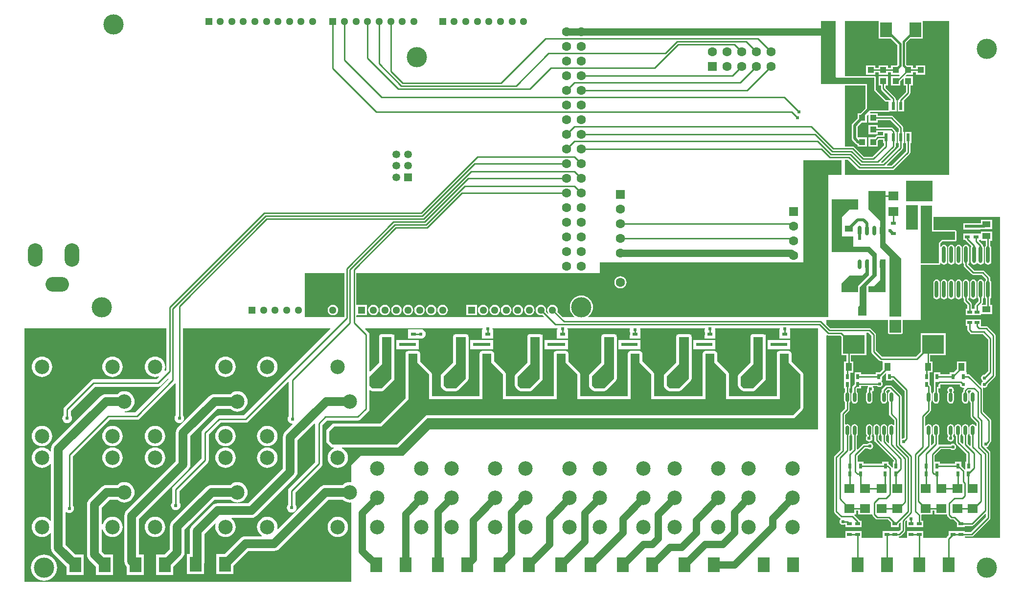
<source format=gtl>
G04 Layer_Physical_Order=1*
G04 Layer_Color=255*
%FSTAX24Y24*%
%MOIN*%
G70*
G01*
G75*
%ADD10R,0.0433X0.0433*%
%ADD11R,0.0433X0.0433*%
%ADD12O,0.0236X0.0669*%
%ADD13R,0.0354X0.0236*%
%ADD14R,0.0236X0.0354*%
%ADD15R,0.0709X0.0630*%
%ADD16R,0.1500X0.1299*%
%ADD17R,0.1500X0.1260*%
%ADD18R,0.0433X0.0550*%
%ADD19R,0.1102X0.0394*%
%ADD20R,0.0550X0.0433*%
%ADD21O,0.0236X0.1161*%
%ADD22R,0.0236X0.0571*%
%ADD23R,0.0600X0.0240*%
%ADD24R,0.0453X0.0680*%
%ADD25C,0.0100*%
%ADD26C,0.0500*%
%ADD27C,0.0600*%
%ADD28C,0.0200*%
%ADD29C,0.0150*%
%ADD30C,0.0630*%
%ADD31R,0.0630X0.0630*%
%ADD32C,0.1378*%
%ADD33R,0.0787X0.0984*%
%ADD34O,0.1600X0.1000*%
%ADD35O,0.1000X0.1600*%
%ADD36C,0.0512*%
%ADD37R,0.0512X0.0512*%
%ADD38R,0.0630X0.0630*%
%ADD39C,0.0532*%
%ADD40R,0.0532X0.0532*%
%ADD41C,0.0984*%
%ADD42C,0.0240*%
G36*
X08645Y04325D02*
X07935Y04325D01*
Y044297D01*
X079558D01*
X080223Y043632D01*
X080273Y043599D01*
X080331Y043587D01*
X08259D01*
X082649Y043599D01*
X082698Y043632D01*
X083758Y044692D01*
X083791Y044741D01*
X083803Y0448D01*
Y045432D01*
X083868D01*
Y046203D01*
X083432D01*
Y045432D01*
X083497D01*
Y044863D01*
X082527Y043893D01*
X082225D01*
X082205Y043939D01*
X083258Y044992D01*
X083291Y045041D01*
X083303Y0451D01*
Y045432D01*
X083368D01*
Y046203D01*
X083303D01*
Y0465D01*
X083291Y046559D01*
X083258Y046608D01*
X082608Y047258D01*
X082559Y047291D01*
X0825Y047303D01*
X081591D01*
Y047467D01*
X081074D01*
X081055Y047513D01*
X08109Y047548D01*
X0823D01*
X082339Y047556D01*
X082372Y047578D01*
X082382Y047593D01*
X082432Y047577D01*
Y047577D01*
X082868D01*
Y048348D01*
X082803D01*
Y04844D01*
X082791Y048499D01*
X082758Y048548D01*
X082103Y049203D01*
Y049349D01*
X082267D01*
Y049983D01*
X081633D01*
Y049349D01*
X081797D01*
Y04914D01*
X081809Y049081D01*
X081842Y049032D01*
X082475Y048398D01*
X082455Y048348D01*
X082432D01*
Y048348D01*
X082382Y048339D01*
X082368Y048348D01*
Y048348D01*
X082319D01*
X0823Y048352D01*
X082142D01*
X08151Y048984D01*
Y049015D01*
X081479D01*
X081452Y049042D01*
Y0499D01*
X081444Y049939D01*
X081422Y049972D01*
X081417Y049976D01*
Y049983D01*
X081406D01*
X081389Y049994D01*
X08135Y050002D01*
X07935D01*
X07935Y05375D01*
X08161D01*
X081656Y053742D01*
X081656Y0537D01*
Y052558D01*
X08249D01*
X082922Y052126D01*
Y050788D01*
X082864Y050731D01*
X082483D01*
Y050567D01*
X082267D01*
Y050731D01*
X081633D01*
Y050567D01*
X081417D01*
Y050731D01*
X080783D01*
Y050097D01*
X081417D01*
Y050261D01*
X081633D01*
Y050097D01*
X082267D01*
Y050261D01*
X082483D01*
Y050097D01*
X083046D01*
X083067Y050047D01*
X083002Y049983D01*
X082483D01*
Y049349D01*
X083117D01*
Y049664D01*
X083287Y049835D01*
X083333Y049816D01*
Y049349D01*
X083497D01*
Y048903D01*
X083042Y048448D01*
X083009Y048399D01*
X082999Y048348D01*
X082932D01*
Y047577D01*
X083368D01*
Y048342D01*
X083758Y048732D01*
X083791Y048781D01*
X083803Y04884D01*
Y049349D01*
X083967D01*
Y049983D01*
X0835D01*
X083481Y050029D01*
X08355Y050097D01*
X083967D01*
Y050261D01*
X084183D01*
Y050097D01*
X084817D01*
Y050731D01*
X084183D01*
Y050567D01*
X083967D01*
Y050731D01*
X083586D01*
X083528Y050788D01*
Y052276D01*
X08381Y052558D01*
X084644D01*
Y0537D01*
X084644Y053742D01*
X08469Y05375D01*
X08645D01*
X08645Y04325D01*
D02*
G37*
G36*
X0787Y04995D02*
X07875Y0499D01*
X08135D01*
Y04945D01*
Y049D01*
X0821Y04825D01*
X0823D01*
Y04765D01*
X08085D01*
Y04945D01*
X0777D01*
Y05375D01*
X0787D01*
Y04995D01*
D02*
G37*
G36*
X080748Y047783D02*
X080432Y047467D01*
X080209D01*
Y047122D01*
X079856Y046768D01*
X079812Y046702D01*
X079796Y046624D01*
Y04575D01*
X079812Y045672D01*
X079856Y045606D01*
X080106Y045356D01*
X080172Y045312D01*
X080209Y045304D01*
Y045183D01*
X080843D01*
Y045817D01*
X080222D01*
X080204Y045834D01*
Y04654D01*
X080498Y046833D01*
X080843D01*
Y0473D01*
X080911Y047369D01*
X080957Y04735D01*
Y046833D01*
X081591D01*
Y046997D01*
X082437D01*
X082997Y046437D01*
Y046203D01*
X082932D01*
Y045432D01*
X082997D01*
Y045163D01*
X081927Y044093D01*
X081825D01*
X081805Y044139D01*
X082758Y045092D01*
X082791Y045141D01*
X082803Y0452D01*
Y045432D01*
X082868D01*
Y046203D01*
X082802D01*
X082791Y046259D01*
X082758Y046308D01*
X082608Y046458D01*
X082559Y046491D01*
X0825Y046503D01*
X081591D01*
Y046667D01*
X080957D01*
Y046033D01*
X081591D01*
Y046197D01*
X081932D01*
Y04597D01*
X081591D01*
X081533Y045958D01*
X081483Y045925D01*
X081374Y045817D01*
X080957D01*
Y045183D01*
X081591D01*
Y0456D01*
X081655Y045664D01*
X081932D01*
Y045432D01*
X081997D01*
Y045263D01*
X081227Y044493D01*
X080643D01*
X079978Y045158D01*
X079929Y045191D01*
X07987Y045203D01*
X07935D01*
X07935Y049348D01*
X080748D01*
Y047783D01*
D02*
G37*
G36*
X0853Y04145D02*
X0835D01*
Y04285D01*
X0853D01*
Y04145D01*
D02*
G37*
G36*
X0843Y03951D02*
X08352D01*
X08351Y03952D01*
Y04118D01*
X0843D01*
Y03951D01*
D02*
G37*
G36*
X08528Y03938D02*
X08684D01*
Y03883D01*
X08594D01*
X08574Y03863D01*
Y03723D01*
X0845Y03723D01*
X0845Y03874D01*
Y04116D01*
X08528D01*
Y03938D01*
D02*
G37*
G36*
X0899Y0185D02*
X08757D01*
X087527Y018517D01*
Y018582D01*
X087985D01*
X088044Y018594D01*
X088093Y018627D01*
X089208Y019742D01*
X089241Y019791D01*
X089253Y01985D01*
Y0243D01*
X089241Y024359D01*
X089208Y024408D01*
X088985Y024632D01*
X089001Y024686D01*
X089036Y024693D01*
X089109Y024741D01*
X089157Y024814D01*
X089174Y0249D01*
X089173Y024907D01*
X089258Y024992D01*
X089291Y025041D01*
X089303Y0251D01*
Y0265D01*
X089291Y026559D01*
X089258Y026608D01*
X088753Y027113D01*
Y02865D01*
X088743Y0287D01*
X088745Y028705D01*
X088763Y028725D01*
X088781Y028739D01*
X08885Y028726D01*
X088936Y028743D01*
X089009Y028791D01*
X089057Y028864D01*
X089074Y02895D01*
X089073Y028957D01*
X089558Y029442D01*
X089591Y029491D01*
X089603Y02955D01*
Y0323D01*
X089591Y032359D01*
X089558Y032408D01*
X089073Y032893D01*
X089024Y032926D01*
X088965Y032938D01*
X088657D01*
X088617Y032962D01*
Y033398D01*
X087563D01*
Y032962D01*
X087687D01*
Y03268D01*
X087699Y032621D01*
X087732Y032572D01*
X087872Y032432D01*
X087922Y032398D01*
X08798Y032387D01*
X088736D01*
X089097Y032026D01*
Y029863D01*
X088857Y029623D01*
X08885Y029624D01*
X088764Y029607D01*
X088691Y029559D01*
X088643Y029486D01*
X088626Y0294D01*
X088643Y029314D01*
X088691Y029241D01*
X088749Y029203D01*
X088751Y029198D01*
Y029152D01*
X088749Y029147D01*
X088691Y029109D01*
X088643Y029036D01*
X088626Y02895D01*
X088635Y028902D01*
X088589Y028877D01*
X087858Y029608D01*
X087808Y029641D01*
X08775Y029653D01*
X087633D01*
Y029777D01*
X08761D01*
Y030525D01*
X086977D01*
Y029994D01*
X086761Y029777D01*
X086482D01*
Y029653D01*
X085833D01*
Y029777D01*
X085397D01*
Y029223D01*
Y028673D01*
X085397D01*
Y02847D01*
X085393Y028467D01*
X085345Y028395D01*
X085328Y02831D01*
Y027877D01*
X085345Y027792D01*
X085393Y02772D01*
X085465Y027671D01*
X08555Y027654D01*
X085635Y027671D01*
X085707Y02772D01*
X085755Y027792D01*
X085772Y027877D01*
Y02831D01*
X085755Y028395D01*
X085707Y028467D01*
X085703Y02847D01*
Y028673D01*
X085833D01*
Y028952D01*
X085848Y028967D01*
X087128D01*
X087176Y02895D01*
X087193Y028864D01*
X087241Y028791D01*
X087314Y028743D01*
X0874Y028726D01*
X087448Y028735D01*
X087473Y028689D01*
X087442Y028658D01*
X087409Y028609D01*
X087397Y02855D01*
Y02847D01*
X087393Y028467D01*
X087345Y028395D01*
X087328Y02831D01*
Y027877D01*
X087345Y027792D01*
X087393Y02772D01*
X087465Y027671D01*
X08755Y027654D01*
X087635Y027671D01*
X087707Y02772D01*
X087755Y027792D01*
X087772Y027877D01*
Y02831D01*
X087755Y028395D01*
X087707Y028467D01*
X087728Y028512D01*
X087763Y028547D01*
X087922D01*
X087938Y028497D01*
X087893Y028467D01*
X087845Y028395D01*
X087828Y02831D01*
Y027877D01*
X087845Y027792D01*
X087893Y02772D01*
X087897Y027717D01*
Y0268D01*
X087909Y026741D01*
X087942Y026692D01*
X088297Y026337D01*
Y026136D01*
X088247Y026121D01*
X088207Y02618D01*
X088135Y026228D01*
X08805Y026245D01*
X087965Y026228D01*
X087893Y02618D01*
X087845Y026108D01*
X087828Y026023D01*
Y02559D01*
X087845Y025505D01*
X087893Y025433D01*
X087897Y02543D01*
Y024785D01*
X087851Y024765D01*
X087703Y024913D01*
Y02543D01*
X087707Y025433D01*
X087755Y025505D01*
X087772Y02559D01*
Y026023D01*
X087755Y026108D01*
X087707Y02618D01*
X087635Y026229D01*
X08755Y026246D01*
X087465Y026229D01*
X087393Y02618D01*
X087345Y026108D01*
X087328Y026023D01*
Y02559D01*
X087345Y025505D01*
X087393Y025433D01*
X087397Y02543D01*
Y024935D01*
X087351Y024915D01*
X087203Y025063D01*
Y02543D01*
X087207Y025433D01*
X087255Y025505D01*
X087272Y02559D01*
Y026023D01*
X087255Y026108D01*
X087207Y02618D01*
X087135Y026229D01*
X08705Y026246D01*
X086965Y026229D01*
X086893Y02618D01*
X086845Y026108D01*
X086828Y026023D01*
Y02559D01*
X086845Y025505D01*
X086893Y025433D01*
X086897Y02543D01*
Y025D01*
X086909Y024941D01*
X086942Y024892D01*
X087612Y024222D01*
Y023677D01*
X087547D01*
Y02319D01*
X087497Y023169D01*
X087268Y023398D01*
Y023677D01*
X086832D01*
Y023553D01*
X085818D01*
Y023677D01*
X085453D01*
Y024137D01*
X085863Y024547D01*
X086538D01*
X086541Y024541D01*
X086614Y024493D01*
X0867Y024476D01*
X086786Y024493D01*
X086859Y024541D01*
X086907Y024614D01*
X086924Y0247D01*
X086907Y024786D01*
X086859Y024859D01*
X086786Y024907D01*
X0867Y024924D01*
X086614Y024907D01*
X086541Y024859D01*
X086538Y024853D01*
X0858D01*
X085741Y024841D01*
X085697Y024872D01*
X085703Y0249D01*
Y02543D01*
X085707Y025433D01*
X085755Y025505D01*
X085772Y02559D01*
Y026023D01*
X085755Y026108D01*
X085707Y02618D01*
X085635Y026229D01*
X08555Y026246D01*
X085465Y026229D01*
X085393Y02618D01*
X085345Y026108D01*
X085328Y026023D01*
Y02559D01*
X085345Y025505D01*
X085393Y025433D01*
X085397Y02543D01*
Y024963D01*
X085249Y024815D01*
X085203Y024835D01*
Y02543D01*
X085207Y025433D01*
X085255Y025505D01*
X085272Y02559D01*
Y026023D01*
X085255Y026108D01*
X085207Y02618D01*
X085135Y026229D01*
X08505Y026246D01*
X084965Y026229D01*
X084893Y02618D01*
X084853Y026121D01*
X084803Y026136D01*
Y026737D01*
X085158Y027092D01*
X085191Y027141D01*
X085203Y0272D01*
Y027717D01*
X085207Y02772D01*
X085255Y027792D01*
X085272Y027877D01*
Y02831D01*
X085255Y028395D01*
X085207Y028467D01*
X085203Y02847D01*
Y0288D01*
X085191Y028858D01*
X085158Y028908D01*
X085118Y028948D01*
Y029223D01*
Y029775D01*
X085323D01*
Y030525D01*
X085159D01*
Y03095D01*
X086203D01*
Y03245D01*
X084503D01*
Y031169D01*
X084187Y030853D01*
X081863D01*
X081453Y031263D01*
Y03235D01*
X081441Y032409D01*
X081408Y032458D01*
X081108Y032758D01*
X081059Y032791D01*
X081Y032803D01*
X078346D01*
X07809Y033059D01*
Y03335D01*
X082278D01*
X082278Y03335D01*
Y0325D01*
X082286Y032461D01*
X082308Y032428D01*
X082341Y032406D01*
X08238Y032398D01*
X08318D01*
X083219Y032406D01*
X083252Y032428D01*
X083274Y032461D01*
X083282Y0325D01*
Y03335D01*
X083282Y03335D01*
X0845D01*
Y037128D01*
X08558Y037128D01*
X08559Y037126D01*
X0856Y037128D01*
X08574D01*
X085779Y037136D01*
X085812Y037158D01*
X085834Y037191D01*
X085842Y03723D01*
Y037241D01*
X085892Y037252D01*
X085933Y037191D01*
X086005Y037143D01*
X08609Y037126D01*
X086175Y037143D01*
X086247Y037191D01*
X086295Y037263D01*
X086312Y037348D01*
Y038274D01*
X086295Y038359D01*
X086247Y038431D01*
X086175Y038479D01*
X08609Y038496D01*
X086005Y038479D01*
X085933Y038431D01*
X085892Y03837D01*
X085842Y038381D01*
Y038588D01*
X085982Y038728D01*
X08684D01*
X086879Y038736D01*
X086912Y038758D01*
X086934Y038791D01*
X086942Y03883D01*
Y03938D01*
X086934Y039419D01*
X086912Y039452D01*
X086879Y039474D01*
X08684Y039482D01*
X085382D01*
Y04039D01*
X0899D01*
Y0185D01*
D02*
G37*
G36*
X0791Y04325D02*
X0782D01*
Y0356D01*
Y0352D01*
Y03355D01*
X061878D01*
X06186Y0336D01*
X06195Y033674D01*
X062048Y033794D01*
X062121Y033931D01*
X062167Y03408D01*
X062182Y034234D01*
X062167Y034389D01*
X062121Y034538D01*
X062048Y034675D01*
X06195Y034795D01*
X061829Y034893D01*
X061692Y034967D01*
X061544Y035012D01*
X061389Y035027D01*
X061234Y035012D01*
X061086Y034967D01*
X060949Y034893D01*
X060828Y034795D01*
X06073Y034675D01*
X060657Y034538D01*
X060611Y034389D01*
X060596Y034234D01*
X060611Y03408D01*
X060657Y033931D01*
X06073Y033794D01*
X060828Y033674D01*
X060918Y0336D01*
X0609Y03355D01*
X060124D01*
X059756Y033918D01*
X059767Y033944D01*
X059779Y034037D01*
X059767Y03413D01*
X059731Y034217D01*
X059674Y034291D01*
X0596Y034348D01*
X059513Y034384D01*
X05942Y034396D01*
X059328Y034384D01*
X059241Y034348D01*
X059167Y034291D01*
X05911Y034217D01*
X059074Y03413D01*
X059061Y034037D01*
X059074Y033944D01*
X05911Y033858D01*
X059143Y033815D01*
X059105Y033782D01*
X058969Y033918D01*
X05898Y033944D01*
X058992Y034037D01*
X05898Y03413D01*
X058944Y034217D01*
X058887Y034291D01*
X058813Y034348D01*
X058726Y034384D01*
X058633Y034396D01*
X05854Y034384D01*
X058454Y034348D01*
X058379Y034291D01*
X058322Y034217D01*
X058286Y03413D01*
X058274Y034037D01*
X058286Y033944D01*
X058322Y033858D01*
X058379Y033784D01*
X058454Y033727D01*
X05854Y033691D01*
X058633Y033678D01*
X058726Y033691D01*
X058753Y033702D01*
X058858Y033596D01*
X058839Y03355D01*
X046053D01*
Y03364D01*
X046072Y033681D01*
X046103Y033681D01*
X046784D01*
Y034393D01*
X046103D01*
X046072Y034393D01*
X046053Y034435D01*
Y03655D01*
X06265Y03655D01*
X06265Y0373D01*
X0765Y0373D01*
X0765Y04425D01*
X0791D01*
Y04325D01*
D02*
G37*
G36*
X08097Y03747D02*
Y03641D01*
X08025Y03569D01*
Y03524D01*
X07912D01*
Y03587D01*
X07963Y03638D01*
X08051Y03638D01*
X08073Y0366D01*
Y03745D01*
X08078Y0375D01*
X08094D01*
X08097Y03747D01*
D02*
G37*
G36*
X0821Y03525D02*
X08095D01*
Y03565D01*
X0813D01*
X08173Y03608D01*
Y0375D01*
X0821D01*
Y03525D01*
D02*
G37*
G36*
X08025Y0409D02*
X07965D01*
X07915Y0404D01*
Y03905D01*
X0799D01*
Y03835D01*
X08105D01*
X0815Y0379D01*
Y03675D01*
Y0364D01*
X0808Y0357D01*
Y03365D01*
X08025D01*
X08025Y03425D01*
X08035Y03435D01*
Y0356D01*
X0812Y03645D01*
Y03675D01*
Y0377D01*
X0809Y038D01*
X07845D01*
Y0416D01*
X08025D01*
Y0409D01*
D02*
G37*
G36*
X0821Y0391D02*
Y03862D01*
X08318Y03754D01*
Y03359D01*
X08238D01*
Y03767D01*
X08173Y03832D01*
Y0391D01*
Y04012D01*
X08095Y0409D01*
Y04215D01*
X0821D01*
Y0391D01*
D02*
G37*
G36*
X045247Y03655D02*
Y033563D01*
X045234Y03355D01*
X04255D01*
Y03475D01*
X04255Y03655D01*
X045247D01*
D02*
G37*
G36*
X08318Y0325D02*
X08238D01*
Y03335D01*
X08318D01*
Y0325D01*
D02*
G37*
G36*
X081147Y032287D02*
Y0312D01*
X081159Y031141D01*
X081192Y031092D01*
X081692Y030592D01*
X081741Y030559D01*
X0818Y030547D01*
X081886D01*
X081927Y030525D01*
Y029994D01*
X081711Y029777D01*
X081432D01*
Y029653D01*
X080433D01*
Y029777D01*
X079997D01*
Y029223D01*
Y028948D01*
X079892Y028843D01*
X079859Y028794D01*
X079847Y028735D01*
Y02847D01*
X079843Y028467D01*
X079795Y028395D01*
X079778Y02831D01*
Y027877D01*
X079795Y027792D01*
X079843Y02772D01*
X079915Y027671D01*
X08Y027654D01*
X080085Y027671D01*
X080157Y02772D01*
X080205Y027792D01*
X080222Y027877D01*
Y02831D01*
X080205Y028395D01*
X080157Y028467D01*
X080153Y02847D01*
Y028672D01*
X080154Y028673D01*
X080433D01*
Y028847D01*
X080906D01*
X080924Y028797D01*
X080883Y028736D01*
X080874Y028691D01*
X080859Y028669D01*
X080847Y02861D01*
Y02847D01*
X080843Y028467D01*
X080795Y028395D01*
X080778Y02831D01*
Y027877D01*
X080795Y027792D01*
X080843Y02772D01*
X080915Y027671D01*
X081Y027654D01*
X081085Y027671D01*
X081157Y02772D01*
X081205Y027792D01*
X081222Y027877D01*
Y02831D01*
X081205Y028395D01*
X081175Y028441D01*
X081176Y028443D01*
X081249Y028491D01*
X081297Y028564D01*
X081314Y02865D01*
X081297Y028736D01*
X081256Y028797D01*
X081274Y028847D01*
X081538D01*
X081541Y028841D01*
X081614Y028793D01*
X0817Y028776D01*
X081786Y028793D01*
X081859Y028841D01*
X081907Y028914D01*
X081924Y029D01*
X081907Y029086D01*
X081859Y029159D01*
X081837Y029173D01*
X081852Y029223D01*
X081868D01*
Y029502D01*
X082097Y029731D01*
X082147Y02971D01*
Y029223D01*
X082583D01*
Y02928D01*
X082633Y029301D01*
X083397Y028537D01*
Y025313D01*
X083357Y025273D01*
X08335Y025274D01*
X083264Y025257D01*
X083247Y025246D01*
X083203Y025269D01*
Y028139D01*
X083191Y028198D01*
X083158Y028247D01*
X082547Y028858D01*
X082498Y028891D01*
X082439Y028903D01*
X0822D01*
X082141Y028891D01*
X082092Y028858D01*
X081892Y028658D01*
X081859Y028609D01*
X081847Y02855D01*
Y02847D01*
X081843Y028467D01*
X081795Y028395D01*
X081778Y02831D01*
Y027877D01*
X081795Y027792D01*
X081843Y02772D01*
X081915Y027671D01*
X082Y027654D01*
X082085Y027671D01*
X082157Y02772D01*
X082205Y027792D01*
X082222Y027877D01*
Y02831D01*
X082205Y028395D01*
X082157Y028467D01*
X082178Y028512D01*
X082263Y028597D01*
X082376D01*
X082411Y028562D01*
X082398Y028504D01*
X082343Y028467D01*
X082295Y028395D01*
X082278Y02831D01*
Y027877D01*
X082295Y027792D01*
X082343Y02772D01*
X082347Y027717D01*
Y02695D01*
X082359Y026891D01*
X082392Y026842D01*
X082697Y026537D01*
Y026204D01*
X082647Y026187D01*
X082585Y026228D01*
X0825Y026245D01*
X082415Y026228D01*
X082343Y02618D01*
X082295Y026108D01*
X082278Y026023D01*
Y02559D01*
X082295Y025505D01*
X082343Y025433D01*
X082347Y02543D01*
Y024985D01*
X082301Y024965D01*
X082153Y025113D01*
Y02543D01*
X082157Y025433D01*
X082205Y025505D01*
X082222Y02559D01*
Y026023D01*
X082205Y026108D01*
X082157Y02618D01*
X082085Y026229D01*
X082Y026246D01*
X081915Y026229D01*
X081843Y02618D01*
X081795Y026108D01*
X081778Y026023D01*
Y02559D01*
X081795Y025505D01*
X081843Y025433D01*
X081847Y02543D01*
Y02509D01*
X081797Y025069D01*
X081653Y025213D01*
Y02543D01*
X081657Y025433D01*
X081705Y025505D01*
X081722Y02559D01*
Y026023D01*
X081705Y026108D01*
X081657Y02618D01*
X081585Y026229D01*
X0815Y026246D01*
X081415Y026229D01*
X081343Y02618D01*
X081295Y026108D01*
X081278Y026023D01*
Y02559D01*
X081295Y025505D01*
X081343Y025433D01*
X081347Y02543D01*
Y02515D01*
X081359Y025091D01*
X081392Y025042D01*
X082662Y023772D01*
Y023677D01*
X082597D01*
Y023286D01*
X082547Y023281D01*
X082541Y023309D01*
X082508Y023358D01*
X082358Y023508D01*
X082318Y023535D01*
Y023677D01*
X081882D01*
Y023553D01*
X080618D01*
Y023677D01*
X080203D01*
Y024087D01*
X080713Y024597D01*
X080888D01*
X080891Y024591D01*
X080964Y024543D01*
X08105Y024526D01*
X081136Y024543D01*
X081209Y024591D01*
X081257Y024664D01*
X081274Y02475D01*
X081257Y024836D01*
X081209Y024909D01*
X081136Y024957D01*
X08105Y024974D01*
X080964Y024957D01*
X080891Y024909D01*
X080888Y024903D01*
X08065D01*
X080591Y024891D01*
X080542Y024858D01*
X080203Y024519D01*
X080153Y02454D01*
Y02543D01*
X080157Y025433D01*
X080205Y025505D01*
X080222Y02559D01*
Y026023D01*
X080205Y026108D01*
X080157Y02618D01*
X080085Y026229D01*
X08Y026246D01*
X079915Y026229D01*
X079843Y02618D01*
X079795Y026108D01*
X079778Y026023D01*
Y02559D01*
X079795Y025505D01*
X079843Y025433D01*
X079847Y02543D01*
Y024563D01*
X079697Y024413D01*
X07965Y024437D01*
X079653Y02445D01*
Y02543D01*
X079657Y025433D01*
X079705Y025505D01*
X079722Y02559D01*
Y026023D01*
X079705Y026108D01*
X079657Y02618D01*
X079585Y026229D01*
X0795Y026246D01*
X079415Y026229D01*
X079397Y026217D01*
X079353Y02624D01*
Y026887D01*
X079608Y027142D01*
X079641Y027191D01*
X079653Y02725D01*
Y027717D01*
X079657Y02772D01*
X079705Y027792D01*
X079722Y027877D01*
Y02831D01*
X079705Y028395D01*
X079657Y028467D01*
X079653Y02847D01*
Y028673D01*
X079718D01*
Y029223D01*
Y029765D01*
X079923D01*
Y030515D01*
X079759D01*
Y03095D01*
X080803D01*
Y03245D01*
X080803D01*
X080809Y032497D01*
X080937D01*
X081147Y032287D01*
D02*
G37*
G36*
X04845Y02935D02*
X0478Y0287D01*
X04715D01*
X04695Y0289D01*
Y0295D01*
X0478Y03035D01*
Y0322D01*
X04845D01*
Y02935D01*
D02*
G37*
G36*
X033095Y0328D02*
Y029956D01*
X033033Y029893D01*
X032989Y02992D01*
X033021Y030025D01*
X033034Y030161D01*
X033021Y030297D01*
X032981Y030427D01*
X032917Y030547D01*
X03283Y030653D01*
X032725Y030739D01*
X032605Y030804D01*
X032474Y030843D01*
X032339Y030856D01*
X032203Y030843D01*
X032072Y030804D01*
X031952Y030739D01*
X031847Y030653D01*
X03176Y030547D01*
X031696Y030427D01*
X031656Y030297D01*
X031643Y030161D01*
X031656Y030025D01*
X031696Y029895D01*
X03176Y029775D01*
X031847Y029669D01*
X031952Y029583D01*
X032072Y029518D01*
X032203Y029479D01*
X032339Y029466D01*
X032474Y029479D01*
X03258Y029511D01*
X032606Y029467D01*
X032444Y029305D01*
X02815D01*
X028052Y029286D01*
X02797Y02923D01*
X02617Y02743D01*
X026114Y027348D01*
X026095Y02725D01*
Y026843D01*
X02607Y026811D01*
X026038Y026734D01*
X026027Y02665D01*
X026038Y026566D01*
X02607Y026489D01*
X026122Y026422D01*
X026189Y02637D01*
X026266Y026338D01*
X02635Y026327D01*
X026434Y026338D01*
X026511Y02637D01*
X026578Y026422D01*
X02663Y026489D01*
X026662Y026566D01*
X026673Y02665D01*
X026662Y026734D01*
X02663Y026811D01*
X026605Y026843D01*
Y027144D01*
X028256Y028795D01*
X03255D01*
X032648Y028814D01*
X03273Y02887D01*
X033211Y02935D01*
X033265Y029334D01*
X033267Y029327D01*
X030994Y027055D01*
X030267D01*
X030265Y027105D01*
X030385Y027117D01*
X030515Y027156D01*
X030635Y027221D01*
X030741Y027307D01*
X030827Y027412D01*
X030891Y027533D01*
X030931Y027663D01*
X030944Y027799D01*
X030931Y027935D01*
X030891Y028065D01*
X030827Y028185D01*
X030741Y028291D01*
X030635Y028377D01*
X030515Y028441D01*
X030385Y028481D01*
X030249Y028494D01*
X030113Y028481D01*
X029983Y028441D01*
X029862Y028377D01*
X029772Y028303D01*
X028999D01*
X028868Y028286D01*
X028747Y028236D01*
X028642Y028155D01*
X025393Y024907D01*
X025313Y024802D01*
X025263Y024681D01*
X025246Y02455D01*
Y024391D01*
X025196Y024373D01*
X02513Y024453D01*
X025025Y024539D01*
X024905Y024604D01*
X024774Y024643D01*
X024639Y024657D01*
X024503Y024643D01*
X024372Y024604D01*
X024252Y024539D01*
X024147Y024453D01*
X02406Y024347D01*
X023996Y024227D01*
X023956Y024097D01*
X023943Y023961D01*
X023956Y023825D01*
X023996Y023695D01*
X02406Y023575D01*
X024147Y023469D01*
X024252Y023383D01*
X024372Y023318D01*
X024503Y023279D01*
X024639Y023266D01*
X024774Y023279D01*
X024905Y023318D01*
X025025Y023383D01*
X02513Y023469D01*
X025196Y023549D01*
X025246Y023531D01*
Y019667D01*
X025196Y019649D01*
X02513Y019728D01*
X025025Y019815D01*
X024905Y019879D01*
X024774Y019919D01*
X024639Y019932D01*
X024503Y019919D01*
X024372Y019879D01*
X024252Y019815D01*
X024147Y019728D01*
X02406Y019623D01*
X023996Y019503D01*
X023956Y019372D01*
X023943Y019237D01*
X023956Y019101D01*
X023996Y01897D01*
X02406Y01885D01*
X024147Y018745D01*
X024252Y018658D01*
X024372Y018594D01*
X024503Y018555D01*
X024639Y018541D01*
X024774Y018555D01*
X024905Y018594D01*
X025025Y018658D01*
X02513Y018745D01*
X025196Y018824D01*
X025246Y018807D01*
Y0178D01*
X025263Y017669D01*
X025313Y017548D01*
X025393Y017443D01*
X026306Y01653D01*
Y015958D01*
X027494D01*
Y017342D01*
X026921D01*
X026254Y018009D01*
Y020222D01*
X026304Y020247D01*
X026339Y02022D01*
X026416Y020188D01*
X0265Y020177D01*
X026584Y020188D01*
X026661Y02022D01*
X026728Y020272D01*
X02678Y020339D01*
X026812Y020416D01*
X026823Y0205D01*
X026812Y020584D01*
X02678Y020661D01*
X026755Y020693D01*
Y024044D01*
X029256Y026545D01*
X0311D01*
X031198Y026565D01*
X03128Y02662D01*
X033695Y029035D01*
X033745Y029014D01*
Y026843D01*
X03372Y026811D01*
X033688Y026734D01*
X033677Y02665D01*
X033688Y026566D01*
X03372Y026489D01*
X033772Y026422D01*
X033839Y02637D01*
X033916Y026338D01*
X034Y026327D01*
X034084Y026338D01*
X034161Y02637D01*
X034228Y026422D01*
X03428Y026489D01*
X034312Y026566D01*
X034323Y02665D01*
X034312Y026734D01*
X03428Y026811D01*
X034255Y026843D01*
Y0328D01*
X044274Y0328D01*
X044293Y032754D01*
X038394Y026855D01*
X0367D01*
X036602Y026835D01*
X03652Y02678D01*
X03557Y02583D01*
X035515Y025748D01*
X035495Y02565D01*
Y023906D01*
X03357Y02198D01*
X033514Y021898D01*
X033495Y0218D01*
Y020893D01*
X03347Y020861D01*
X033438Y020784D01*
X033427Y0207D01*
X033438Y020616D01*
X03347Y020539D01*
X033522Y020472D01*
X033589Y02042D01*
X033666Y020388D01*
X03375Y020377D01*
X033834Y020388D01*
X033911Y02042D01*
X033978Y020472D01*
X03403Y020539D01*
X034062Y020616D01*
X034073Y0207D01*
X034062Y020784D01*
X03403Y020861D01*
X034005Y020893D01*
Y021694D01*
X03593Y02362D01*
X035986Y023702D01*
X036005Y0238D01*
Y025544D01*
X036806Y026345D01*
X0385D01*
X038598Y026365D01*
X03868Y02642D01*
X041399Y029138D01*
X041445Y029119D01*
Y026793D01*
X04142Y026761D01*
X041388Y026684D01*
X041377Y0266D01*
X041388Y026516D01*
X04142Y026439D01*
X041472Y026372D01*
X041539Y02632D01*
X041616Y026288D01*
X041694Y026278D01*
X041716Y026244D01*
X041721Y026234D01*
X041193Y025707D01*
X041113Y025602D01*
X041063Y025481D01*
X041046Y02535D01*
Y023209D01*
X038691Y020854D01*
X037961D01*
X037959Y020904D01*
X037987Y020907D01*
X038084Y020917D01*
X038215Y020956D01*
X038335Y021021D01*
X038441Y021107D01*
X038527Y021212D01*
X038591Y021333D01*
X038631Y021463D01*
X038644Y021599D01*
X038631Y021734D01*
X038591Y021865D01*
X038527Y021985D01*
X038441Y022091D01*
X038335Y022177D01*
X038215Y022241D01*
X038084Y022281D01*
X037949Y022294D01*
X037813Y022281D01*
X037683Y022241D01*
X037562Y022177D01*
X037472Y022103D01*
X036199D01*
X036068Y022086D01*
X035947Y022036D01*
X035842Y021955D01*
X033493Y019607D01*
X033413Y019502D01*
X033363Y019381D01*
X033346Y01925D01*
Y017709D01*
X032979Y017342D01*
X032406D01*
Y015958D01*
X033594D01*
Y01653D01*
X034207Y017143D01*
X034287Y017248D01*
X034337Y017369D01*
X034354Y0175D01*
X034354Y0175D01*
Y019041D01*
X036408Y021095D01*
X037472D01*
X037562Y021021D01*
X037683Y020956D01*
X037813Y020917D01*
X037911Y020907D01*
X037939Y020904D01*
X037937Y020854D01*
X0366D01*
X036469Y020837D01*
X036348Y020787D01*
X036243Y020707D01*
X034843Y019307D01*
X034763Y019202D01*
X034713Y019081D01*
X034696Y01895D01*
Y017392D01*
X034506D01*
Y016008D01*
X035694D01*
Y016719D01*
X035704Y0168D01*
Y018741D01*
X036439Y019475D01*
X036483Y019449D01*
X03646Y019372D01*
X036446Y019237D01*
X03646Y019101D01*
X036499Y01897D01*
X036563Y01885D01*
X03665Y018745D01*
X036755Y018658D01*
X036876Y018594D01*
X037006Y018555D01*
X037142Y018541D01*
X037277Y018555D01*
X037408Y018594D01*
X037528Y018658D01*
X037634Y018745D01*
X03772Y01885D01*
X037784Y01897D01*
X037824Y019101D01*
X037837Y019237D01*
X037824Y019372D01*
X037784Y019503D01*
X03772Y019623D01*
X037634Y019728D01*
X037552Y019796D01*
X037569Y019846D01*
X0389D01*
X039031Y019863D01*
X039152Y019913D01*
X039257Y019993D01*
X041907Y022643D01*
X041987Y022748D01*
X042037Y022869D01*
X042054Y023D01*
Y025141D01*
X043195Y026282D01*
X043245Y026261D01*
Y023656D01*
X04147Y02188D01*
X041414Y021798D01*
X041395Y0217D01*
Y020743D01*
X04137Y020711D01*
X041338Y020634D01*
X041327Y02055D01*
X041338Y020466D01*
X04137Y020389D01*
X041422Y020322D01*
X041489Y02027D01*
X041566Y020238D01*
X04165Y020227D01*
X041734Y020238D01*
X041811Y02027D01*
X041878Y020322D01*
X04193Y020389D01*
X041962Y020466D01*
X041973Y02055D01*
X041962Y020634D01*
X04193Y020711D01*
X041905Y020743D01*
Y021594D01*
X04368Y02337D01*
X043735Y023452D01*
X043755Y02355D01*
Y026194D01*
X044056Y026495D01*
X04615D01*
X046248Y026514D01*
X04633Y02657D01*
X04688Y02712D01*
X046936Y027202D01*
X046955Y0273D01*
Y028541D01*
X047001Y028561D01*
X047006Y028556D01*
X047072Y028512D01*
X04715Y028496D01*
X0478D01*
X047878Y028512D01*
X047944Y028556D01*
X048594Y029206D01*
X048638Y029272D01*
X048654Y02935D01*
Y0322D01*
X048638Y032278D01*
X048636Y032281D01*
Y03237D01*
X048556D01*
X048528Y032388D01*
X04845Y032404D01*
X0478D01*
X047722Y032388D01*
X047694Y03237D01*
X047636D01*
Y032315D01*
X047612Y032278D01*
X047596Y0322D01*
Y030434D01*
X047001Y029839D01*
X046955Y029859D01*
Y03235D01*
X046936Y032448D01*
X04688Y03253D01*
X046657Y032754D01*
X046676Y0328D01*
X054646Y0328D01*
X054679Y032762D01*
X054677Y03275D01*
X054649Y032718D01*
X054623D01*
Y032082D01*
X055377D01*
Y032718D01*
X055351D01*
X055323Y03275D01*
X055321Y032762D01*
X055354Y0328D01*
X059596Y0328D01*
X05962Y032795D01*
X059745D01*
X059778Y032758D01*
X059777Y03275D01*
X059749Y032718D01*
X059723D01*
Y032082D01*
X060477D01*
Y032718D01*
X060451D01*
X060423Y03275D01*
X060422Y032758D01*
X060455Y032795D01*
X064675D01*
X064706Y032751D01*
X064691Y032718D01*
X064673D01*
Y032082D01*
X065427D01*
Y032718D01*
X065409D01*
X065394Y032751D01*
X065425Y032795D01*
X069795D01*
X069828Y032758D01*
X069827Y03275D01*
X069799Y032718D01*
X069773D01*
Y032082D01*
X070527D01*
Y032718D01*
X070501D01*
X070473Y03275D01*
X070472Y032758D01*
X070505Y032795D01*
X074895D01*
X074928Y032758D01*
X074927Y03275D01*
X074899Y032718D01*
X074873D01*
Y032082D01*
X075627D01*
Y032718D01*
X075601D01*
X075573Y03275D01*
X075572Y032758D01*
X075605Y032795D01*
X077494D01*
X0775Y03279D01*
X0775Y0259D01*
X07635Y0259D01*
X05105D01*
X04925Y0241D01*
X04635D01*
X0457Y02345D01*
X0457Y022322D01*
X045663Y022288D01*
X045599Y022294D01*
X045463Y022281D01*
X045333Y022241D01*
X045212Y022177D01*
X045122Y022103D01*
X043949D01*
X043818Y022086D01*
X043697Y022036D01*
X043592Y021955D01*
X040731Y019095D01*
X040674Y019102D01*
X040671Y019105D01*
X040684Y019237D01*
X040671Y019372D01*
X040631Y019503D01*
X040567Y019623D01*
X04048Y019728D01*
X040375Y019815D01*
X040255Y019879D01*
X040124Y019919D01*
X039989Y019932D01*
X039853Y019919D01*
X039722Y019879D01*
X039602Y019815D01*
X039497Y019728D01*
X03941Y019623D01*
X039346Y019503D01*
X039306Y019372D01*
X039293Y019237D01*
X039306Y019101D01*
X039346Y01897D01*
X03941Y01885D01*
X039497Y018745D01*
X039602Y018658D01*
X039613Y018653D01*
X0396Y018604D01*
X0385D01*
X038369Y018587D01*
X038248Y018537D01*
X038143Y018457D01*
X037079Y017392D01*
X036506D01*
Y016008D01*
X037694D01*
Y01658D01*
X038709Y017596D01*
X04045D01*
X040581Y017613D01*
X040702Y017663D01*
X040807Y017743D01*
X044158Y021095D01*
X045122D01*
X045212Y021021D01*
X045333Y020956D01*
X045463Y020917D01*
X045599Y020903D01*
X045663Y02091D01*
X0457Y020876D01*
X0457Y01549D01*
X02344D01*
Y0328D01*
X033095Y0328D01*
D02*
G37*
G36*
X085446Y020084D02*
X086297D01*
Y02005D01*
X086309Y019991D01*
X086342Y019942D01*
X086492Y019792D01*
X086541Y019759D01*
X0866Y019747D01*
X086737D01*
X086973Y019511D01*
Y019232D01*
X087527D01*
Y019297D01*
X088D01*
X088059Y019309D01*
X088108Y019342D01*
X088901Y020135D01*
X088947Y020115D01*
Y019913D01*
X087922Y018888D01*
X087527D01*
Y018953D01*
X086423D01*
Y018674D01*
X086292Y018543D01*
X086263Y0185D01*
X08472D01*
X084677Y018517D01*
Y018953D01*
X083573D01*
Y018517D01*
X08353Y0185D01*
X08307D01*
X083027Y018517D01*
Y018582D01*
X083035D01*
X083094Y018594D01*
X083143Y018627D01*
X083408Y018892D01*
X083441Y018941D01*
X083453Y019D01*
Y019604D01*
X083527Y019678D01*
X083573Y019653D01*
Y019232D01*
X084677D01*
Y019668D01*
X084553D01*
Y02005D01*
X084581Y020084D01*
X085304D01*
Y020346D01*
X085446D01*
Y020084D01*
D02*
G37*
G36*
X078141Y032309D02*
X0782Y032297D01*
X079017D01*
X079103Y032211D01*
Y03095D01*
X079453D01*
Y030515D01*
X07929D01*
Y029777D01*
X079282D01*
Y029223D01*
Y028673D01*
X079347D01*
Y02847D01*
X079343Y028467D01*
X079295Y028395D01*
X079278Y02831D01*
Y027877D01*
X079295Y027792D01*
X079343Y02772D01*
X079347Y027717D01*
Y027313D01*
X079092Y027058D01*
X079059Y027009D01*
X079047Y02695D01*
Y024496D01*
X078642Y024091D01*
X078609Y024041D01*
X078597Y023983D01*
Y0203D01*
X078609Y020241D01*
X078642Y020192D01*
X078992Y019842D01*
X079034Y019814D01*
X079045Y019761D01*
X079041Y019759D01*
X078993Y019686D01*
X078976Y0196D01*
X078993Y019514D01*
X079041Y019441D01*
X079114Y019393D01*
X0792Y019376D01*
X079286Y019393D01*
X079323Y019417D01*
X079373Y019391D01*
Y019232D01*
X080477D01*
Y019668D01*
X080335D01*
X080308Y019708D01*
X079982Y020034D01*
X080003Y020084D01*
X080104D01*
Y020346D01*
X080246D01*
Y020084D01*
X081154D01*
X081154Y020084D01*
X081199Y020072D01*
X081204Y020046D01*
X081238Y019996D01*
X081442Y019792D01*
X081491Y019759D01*
X08155Y019747D01*
X082287D01*
X082473Y019561D01*
Y019232D01*
X083027D01*
Y019461D01*
X083101Y019535D01*
X083147Y019515D01*
Y019063D01*
X083064Y018981D01*
X083027Y018953D01*
Y018953D01*
X083027Y018953D01*
X081923D01*
Y018517D01*
X08188Y0185D01*
X08052D01*
X080477Y018517D01*
Y018953D01*
X079373D01*
Y018517D01*
X07933Y0185D01*
X07809D01*
Y032283D01*
X07814Y03231D01*
X078141Y032309D01*
D02*
G37*
%LPC*%
G36*
X089365Y04019D02*
X088615D01*
Y039968D01*
X088567Y039963D01*
Y039963D01*
X088013D01*
Y039963D01*
X087967D01*
Y039963D01*
X087413D01*
Y039527D01*
X087967D01*
Y039527D01*
X088013D01*
Y039527D01*
X088567D01*
Y039541D01*
X088861D01*
X088939Y039556D01*
X08894Y039557D01*
X089365D01*
Y04019D01*
D02*
G37*
G36*
Y039403D02*
X088615D01*
Y039253D01*
X088567Y039248D01*
X088565Y039248D01*
X088017D01*
X088013Y039248D01*
X087967D01*
X087963Y039248D01*
X087413D01*
Y038812D01*
X087555D01*
X087582Y038772D01*
X087959Y038395D01*
X087935Y038359D01*
X087918Y038274D01*
Y037348D01*
X087935Y037263D01*
X087983Y037191D01*
X088055Y037143D01*
X08814Y037126D01*
X088225Y037143D01*
X088297Y037191D01*
X088337Y037251D01*
X088349Y037254D01*
X088381D01*
X088393Y037251D01*
X088433Y037191D01*
X088505Y037143D01*
X08859Y037126D01*
X088675Y037143D01*
X088747Y037191D01*
X088795Y037263D01*
X088812Y037348D01*
Y038274D01*
X088795Y038359D01*
X088747Y038431D01*
X088742Y038434D01*
X088731Y038489D01*
X088698Y038538D01*
X088474Y038762D01*
X088495Y038812D01*
X088565D01*
X088567Y038812D01*
X088615Y038806D01*
Y03877D01*
X088937D01*
Y038434D01*
X088933Y038431D01*
X088885Y038359D01*
X088868Y038274D01*
Y037348D01*
X088885Y037263D01*
X088933Y037191D01*
X089005Y037143D01*
X08909Y037126D01*
X089175Y037143D01*
X089247Y037191D01*
X089295Y037263D01*
X089312Y037348D01*
Y038274D01*
X089295Y038359D01*
X089247Y038431D01*
X089243Y038434D01*
Y03877D01*
X089365D01*
Y039403D01*
D02*
G37*
G36*
X08709Y038496D02*
X087005Y038479D01*
X086933Y038431D01*
X086885Y038359D01*
X086868Y038274D01*
Y037348D01*
X086885Y037263D01*
X086933Y037191D01*
X087005Y037143D01*
X08709Y037126D01*
X087175Y037143D01*
X087247Y037191D01*
X087295Y037263D01*
X087312Y037348D01*
Y038274D01*
X087295Y038359D01*
X087247Y038431D01*
X087175Y038479D01*
X08709Y038496D01*
D02*
G37*
G36*
X08659D02*
X086505Y038479D01*
X086433Y038431D01*
X086385Y038359D01*
X086368Y038274D01*
Y037348D01*
X086385Y037263D01*
X086433Y037191D01*
X086505Y037143D01*
X08659Y037126D01*
X086675Y037143D01*
X086747Y037191D01*
X086795Y037263D01*
X086812Y037348D01*
Y038274D01*
X086795Y038359D01*
X086747Y038431D01*
X086675Y038479D01*
X08659Y038496D01*
D02*
G37*
G36*
X08809Y036134D02*
X088005Y036117D01*
X087933Y036069D01*
X087885Y035997D01*
X087868Y035912D01*
Y034986D01*
X087885Y034901D01*
X087933Y034829D01*
X088005Y034781D01*
X08809Y034764D01*
X088175Y034781D01*
X088247Y034829D01*
X088295Y034901D01*
X088312Y034986D01*
Y035912D01*
X088295Y035997D01*
X088247Y036069D01*
X088175Y036117D01*
X08809Y036134D01*
D02*
G37*
G36*
X08709D02*
X087005Y036117D01*
X086933Y036069D01*
X086885Y035997D01*
X086868Y035912D01*
Y034986D01*
X086885Y034901D01*
X086933Y034829D01*
X087005Y034781D01*
X08709Y034764D01*
X087175Y034781D01*
X087247Y034829D01*
X087295Y034901D01*
X087312Y034986D01*
Y035912D01*
X087295Y035997D01*
X087247Y036069D01*
X087175Y036117D01*
X08709Y036134D01*
D02*
G37*
G36*
X08659D02*
X086505Y036117D01*
X086433Y036069D01*
X086385Y035997D01*
X086368Y035912D01*
Y034986D01*
X086385Y034901D01*
X086433Y034829D01*
X086505Y034781D01*
X08659Y034764D01*
X086675Y034781D01*
X086747Y034829D01*
X086795Y034901D01*
X086812Y034986D01*
Y035912D01*
X086795Y035997D01*
X086747Y036069D01*
X086675Y036117D01*
X08659Y036134D01*
D02*
G37*
G36*
X08609D02*
X086005Y036117D01*
X085933Y036069D01*
X085885Y035997D01*
X085868Y035912D01*
Y034986D01*
X085885Y034901D01*
X085933Y034829D01*
X086005Y034781D01*
X08609Y034764D01*
X086175Y034781D01*
X086247Y034829D01*
X086295Y034901D01*
X086312Y034986D01*
Y035912D01*
X086295Y035997D01*
X086247Y036069D01*
X086175Y036117D01*
X08609Y036134D01*
D02*
G37*
G36*
X08559D02*
X085505Y036117D01*
X085433Y036069D01*
X085385Y035997D01*
X085368Y035912D01*
Y034986D01*
X085385Y034901D01*
X085433Y034829D01*
X085505Y034781D01*
X08559Y034764D01*
X085675Y034781D01*
X085747Y034829D01*
X085795Y034901D01*
X085812Y034986D01*
Y035912D01*
X085795Y035997D01*
X085747Y036069D01*
X085675Y036117D01*
X08559Y036134D01*
D02*
G37*
G36*
X08759Y038496D02*
X087505Y038479D01*
X087433Y038431D01*
X087385Y038359D01*
X087368Y038274D01*
Y037348D01*
X087385Y037263D01*
X087433Y037191D01*
X087437Y037188D01*
Y03708D01*
X087449Y037021D01*
X087482Y036972D01*
X087982Y036472D01*
X088031Y036439D01*
X08809Y036427D01*
X088677D01*
X088937Y036167D01*
Y036072D01*
X088933Y036069D01*
X088885Y035997D01*
X088868Y035912D01*
Y034986D01*
X088885Y034901D01*
X088933Y034829D01*
X088937Y034826D01*
Y03439D01*
X088682D01*
X088663Y034436D01*
X088698Y034472D01*
X088731Y034521D01*
X088743Y03458D01*
Y034826D01*
X088747Y034829D01*
X088795Y034901D01*
X088812Y034986D01*
Y035912D01*
X088795Y035997D01*
X088747Y036069D01*
X088675Y036117D01*
X08859Y036134D01*
X088505Y036117D01*
X088433Y036069D01*
X088385Y035997D01*
X088368Y035912D01*
Y034986D01*
X088385Y034901D01*
X088433Y034829D01*
X088437Y034826D01*
Y034643D01*
X088232Y034438D01*
X088199Y034388D01*
X088187Y03433D01*
Y034113D01*
X087993D01*
Y03443D01*
X087981Y034489D01*
X087948Y034538D01*
X087743Y034743D01*
Y034826D01*
X087747Y034829D01*
X087795Y034901D01*
X087812Y034986D01*
Y035912D01*
X087795Y035997D01*
X087747Y036069D01*
X087675Y036117D01*
X08759Y036134D01*
X087505Y036117D01*
X087433Y036069D01*
X087385Y035997D01*
X087368Y035912D01*
Y034986D01*
X087385Y034901D01*
X087433Y034829D01*
X087437Y034826D01*
Y03468D01*
X087449Y034621D01*
X087482Y034572D01*
X087687Y034367D01*
Y034113D01*
X087563D01*
Y033677D01*
X088617D01*
Y033757D01*
X089365D01*
Y03439D01*
X089243D01*
Y034826D01*
X089247Y034829D01*
X089295Y034901D01*
X089312Y034986D01*
Y035912D01*
X089295Y035997D01*
X089247Y036069D01*
X089243Y036072D01*
Y03623D01*
X089231Y036289D01*
X089198Y036338D01*
X088848Y036688D01*
X088799Y036721D01*
X08874Y036733D01*
X088153D01*
X087745Y037142D01*
X087747Y037191D01*
X087795Y037263D01*
X087812Y037348D01*
Y038274D01*
X087795Y038359D01*
X087747Y038431D01*
X087675Y038479D01*
X08759Y038496D01*
D02*
G37*
G36*
X08655Y028794D02*
X086464Y028777D01*
X086391Y028729D01*
X086343Y028656D01*
X086326Y02857D01*
X086343Y028484D01*
X086373Y028438D01*
X086345Y028395D01*
X086328Y02831D01*
Y027877D01*
X086345Y027792D01*
X086393Y02772D01*
X086465Y027671D01*
X08655Y027654D01*
X086635Y027671D01*
X086707Y02772D01*
X086755Y027792D01*
X086772Y027877D01*
Y02831D01*
X086755Y028395D01*
X086727Y028438D01*
X086757Y028484D01*
X086774Y02857D01*
X086757Y028656D01*
X086709Y028729D01*
X086636Y028777D01*
X08655Y028794D01*
D02*
G37*
G36*
Y026246D02*
X086465Y026229D01*
X086393Y02618D01*
X086345Y026108D01*
X086328Y026023D01*
Y02559D01*
X086345Y025505D01*
X08639Y025437D01*
X086343Y025366D01*
X086326Y02528D01*
X086343Y025194D01*
X086391Y025121D01*
X086464Y025073D01*
X08655Y025056D01*
X086636Y025073D01*
X086709Y025121D01*
X086757Y025194D01*
X086774Y02528D01*
X086757Y025366D01*
X08671Y025437D01*
X086755Y025505D01*
X086772Y02559D01*
Y026023D01*
X086755Y026108D01*
X086707Y02618D01*
X086635Y026229D01*
X08655Y026246D01*
D02*
G37*
G36*
X064048Y036346D02*
X06394Y036332D01*
X063839Y03629D01*
X063752Y036224D01*
X063686Y036137D01*
X063644Y036036D01*
X06363Y035928D01*
X063644Y035819D01*
X063686Y035719D01*
X063752Y035632D01*
X063839Y035565D01*
X06394Y035524D01*
X064048Y035509D01*
X064157Y035524D01*
X064258Y035565D01*
X064344Y035632D01*
X064411Y035719D01*
X064453Y035819D01*
X064467Y035928D01*
X064453Y036036D01*
X064411Y036137D01*
X064344Y036224D01*
X064258Y03629D01*
X064157Y036332D01*
X064048Y036346D01*
D02*
G37*
G36*
X054265Y034393D02*
X053553D01*
Y033681D01*
X054265D01*
Y034393D01*
D02*
G37*
G36*
X057846Y034396D02*
X057753Y034384D01*
X057666Y034348D01*
X057592Y034291D01*
X057535Y034217D01*
X057499Y03413D01*
X057487Y034037D01*
X057499Y033944D01*
X057535Y033858D01*
X057592Y033784D01*
X057666Y033727D01*
X057753Y033691D01*
X057846Y033678D01*
X057939Y033691D01*
X058025Y033727D01*
X0581Y033784D01*
X058157Y033858D01*
X058192Y033944D01*
X058205Y034037D01*
X058192Y03413D01*
X058157Y034217D01*
X0581Y034291D01*
X058025Y034348D01*
X057939Y034384D01*
X057846Y034396D01*
D02*
G37*
G36*
X057058D02*
X056965Y034384D01*
X056879Y034348D01*
X056804Y034291D01*
X056747Y034217D01*
X056712Y03413D01*
X056699Y034037D01*
X056712Y033944D01*
X056747Y033858D01*
X056804Y033784D01*
X056879Y033727D01*
X056965Y033691D01*
X057058Y033678D01*
X057151Y033691D01*
X057238Y033727D01*
X057312Y033784D01*
X057369Y033858D01*
X057405Y033944D01*
X057417Y034037D01*
X057405Y03413D01*
X057369Y034217D01*
X057312Y034291D01*
X057238Y034348D01*
X057151Y034384D01*
X057058Y034396D01*
D02*
G37*
G36*
X056271D02*
X056178Y034384D01*
X056091Y034348D01*
X056017Y034291D01*
X05596Y034217D01*
X055924Y03413D01*
X055912Y034037D01*
X055924Y033944D01*
X05596Y033858D01*
X056017Y033784D01*
X056091Y033727D01*
X056178Y033691D01*
X056271Y033678D01*
X056364Y033691D01*
X05645Y033727D01*
X056525Y033784D01*
X056582Y033858D01*
X056618Y033944D01*
X05663Y034037D01*
X056618Y03413D01*
X056582Y034217D01*
X056525Y034291D01*
X05645Y034348D01*
X056364Y034384D01*
X056271Y034396D01*
D02*
G37*
G36*
X055483D02*
X055391Y034384D01*
X055304Y034348D01*
X05523Y034291D01*
X055173Y034217D01*
X055137Y03413D01*
X055125Y034037D01*
X055137Y033944D01*
X055173Y033858D01*
X05523Y033784D01*
X055304Y033727D01*
X055391Y033691D01*
X055483Y033678D01*
X055576Y033691D01*
X055663Y033727D01*
X055737Y033784D01*
X055794Y033858D01*
X05583Y033944D01*
X055842Y034037D01*
X05583Y03413D01*
X055794Y034217D01*
X055737Y034291D01*
X055663Y034348D01*
X055576Y034384D01*
X055483Y034396D01*
D02*
G37*
G36*
X054696D02*
X054603Y034384D01*
X054517Y034348D01*
X054442Y034291D01*
X054385Y034217D01*
X054349Y03413D01*
X054337Y034037D01*
X054349Y033944D01*
X054385Y033858D01*
X054442Y033784D01*
X054517Y033727D01*
X054603Y033691D01*
X054696Y033678D01*
X054789Y033691D01*
X054876Y033727D01*
X05495Y033784D01*
X055007Y033858D01*
X055043Y033944D01*
X055055Y034037D01*
X055043Y03413D01*
X055007Y034217D01*
X05495Y034291D01*
X054876Y034348D01*
X054789Y034384D01*
X054696Y034396D01*
D02*
G37*
G36*
X05194D02*
X051847Y034384D01*
X051761Y034348D01*
X051686Y034291D01*
X051629Y034217D01*
X051593Y03413D01*
X051581Y034037D01*
X051593Y033944D01*
X051629Y033858D01*
X051686Y033784D01*
X051761Y033727D01*
X051847Y033691D01*
X05194Y033678D01*
X052033Y033691D01*
X05212Y033727D01*
X052194Y033784D01*
X052251Y033858D01*
X052287Y033944D01*
X052299Y034037D01*
X052287Y03413D01*
X052251Y034217D01*
X052194Y034291D01*
X05212Y034348D01*
X052033Y034384D01*
X05194Y034396D01*
D02*
G37*
G36*
X051153D02*
X05106Y034384D01*
X050973Y034348D01*
X050899Y034291D01*
X050842Y034217D01*
X050806Y03413D01*
X050794Y034037D01*
X050806Y033944D01*
X050842Y033858D01*
X050899Y033784D01*
X050973Y033727D01*
X05106Y033691D01*
X051153Y033678D01*
X051246Y033691D01*
X051332Y033727D01*
X051407Y033784D01*
X051464Y033858D01*
X0515Y033944D01*
X051512Y034037D01*
X0515Y03413D01*
X051464Y034217D01*
X051407Y034291D01*
X051332Y034348D01*
X051246Y034384D01*
X051153Y034396D01*
D02*
G37*
G36*
X050365D02*
X050272Y034384D01*
X050186Y034348D01*
X050112Y034291D01*
X050054Y034217D01*
X050019Y03413D01*
X050006Y034037D01*
X050019Y033944D01*
X050054Y033858D01*
X050112Y033784D01*
X050186Y033727D01*
X050272Y033691D01*
X050365Y033678D01*
X050458Y033691D01*
X050545Y033727D01*
X050619Y033784D01*
X050676Y033858D01*
X050712Y033944D01*
X050724Y034037D01*
X050712Y03413D01*
X050676Y034217D01*
X050619Y034291D01*
X050545Y034348D01*
X050458Y034384D01*
X050365Y034396D01*
D02*
G37*
G36*
X049578D02*
X049485Y034384D01*
X049398Y034348D01*
X049324Y034291D01*
X049267Y034217D01*
X049231Y03413D01*
X049219Y034037D01*
X049231Y033944D01*
X049267Y033858D01*
X049324Y033784D01*
X049398Y033727D01*
X049485Y033691D01*
X049578Y033678D01*
X049671Y033691D01*
X049757Y033727D01*
X049832Y033784D01*
X049889Y033858D01*
X049925Y033944D01*
X049937Y034037D01*
X049925Y03413D01*
X049889Y034217D01*
X049832Y034291D01*
X049757Y034348D01*
X049671Y034384D01*
X049578Y034396D01*
D02*
G37*
G36*
X048791D02*
X048698Y034384D01*
X048611Y034348D01*
X048537Y034291D01*
X04848Y034217D01*
X048444Y03413D01*
X048432Y034037D01*
X048444Y033944D01*
X04848Y033858D01*
X048537Y033784D01*
X048611Y033727D01*
X048698Y033691D01*
X048791Y033678D01*
X048883Y033691D01*
X04897Y033727D01*
X049044Y033784D01*
X049101Y033858D01*
X049137Y033944D01*
X04915Y034037D01*
X049137Y03413D01*
X049101Y034217D01*
X049044Y034291D01*
X04897Y034348D01*
X048883Y034384D01*
X048791Y034396D01*
D02*
G37*
G36*
X048003D02*
X04791Y034384D01*
X047824Y034348D01*
X047749Y034291D01*
X047692Y034217D01*
X047656Y03413D01*
X047644Y034037D01*
X047656Y033944D01*
X047692Y033858D01*
X047749Y033784D01*
X047824Y033727D01*
X04791Y033691D01*
X048003Y033678D01*
X048096Y033691D01*
X048183Y033727D01*
X048257Y033784D01*
X048314Y033858D01*
X04835Y033944D01*
X048362Y034037D01*
X04835Y03413D01*
X048314Y034217D01*
X048257Y034291D01*
X048183Y034348D01*
X048096Y034384D01*
X048003Y034396D01*
D02*
G37*
G36*
X047216D02*
X047123Y034384D01*
X047036Y034348D01*
X046962Y034291D01*
X046905Y034217D01*
X046869Y03413D01*
X046857Y034037D01*
X046869Y033944D01*
X046905Y033858D01*
X046962Y033784D01*
X047036Y033727D01*
X047123Y033691D01*
X047216Y033678D01*
X047309Y033691D01*
X047395Y033727D01*
X04747Y033784D01*
X047527Y033858D01*
X047563Y033944D01*
X047575Y034037D01*
X047563Y03413D01*
X047527Y034217D01*
X04747Y034291D01*
X047395Y034348D01*
X047309Y034384D01*
X047216Y034396D01*
D02*
G37*
G36*
X04446D02*
X044367Y034384D01*
X04428Y034348D01*
X044206Y034291D01*
X044149Y034217D01*
X044113Y03413D01*
X044101Y034037D01*
X044113Y033944D01*
X044149Y033858D01*
X044206Y033784D01*
X04428Y033727D01*
X044367Y033691D01*
X04446Y033678D01*
X044553Y033691D01*
X044639Y033727D01*
X044714Y033784D01*
X044771Y033858D01*
X044807Y033944D01*
X044819Y034037D01*
X044807Y03413D01*
X044771Y034217D01*
X044714Y034291D01*
X044639Y034348D01*
X044553Y034384D01*
X04446Y034396D01*
D02*
G37*
G36*
X081Y026246D02*
X080915Y026229D01*
X080843Y02618D01*
X080795Y026108D01*
X080778Y026023D01*
Y02559D01*
X080795Y025505D01*
X080832Y025449D01*
X080831Y025449D01*
X080783Y025376D01*
X080766Y02529D01*
X080783Y025204D01*
X080831Y025131D01*
X080904Y025083D01*
X08099Y025066D01*
X081076Y025083D01*
X081149Y025131D01*
X081197Y025204D01*
X081214Y02529D01*
X081197Y025376D01*
X081158Y025434D01*
X081205Y025505D01*
X081222Y02559D01*
Y026023D01*
X081205Y026108D01*
X081157Y02618D01*
X081085Y026229D01*
X081Y026246D01*
D02*
G37*
G36*
X05045Y032723D02*
X050377Y032713D01*
X050327Y032718D01*
X050327Y032718D01*
X050327Y032718D01*
X049573D01*
Y032082D01*
X050327D01*
X050327Y032082D01*
X050377Y032087D01*
X05045Y032077D01*
X050534Y032088D01*
X050611Y03212D01*
X050678Y032172D01*
X05073Y032239D01*
X050762Y032316D01*
X050773Y0324D01*
X050762Y032484D01*
X05073Y032561D01*
X050678Y032628D01*
X050611Y03268D01*
X050534Y032712D01*
X05045Y032723D01*
D02*
G37*
G36*
X075627Y032003D02*
X074873D01*
Y031996D01*
X074064D01*
Y031356D01*
X075064D01*
Y031367D01*
X075627D01*
Y032003D01*
D02*
G37*
G36*
X070527D02*
X069773D01*
Y031996D01*
X069014D01*
Y031356D01*
X070014D01*
Y031367D01*
X070527D01*
Y032003D01*
D02*
G37*
G36*
X065427D02*
X064673D01*
Y031996D01*
X063914D01*
Y031356D01*
X064914D01*
Y031367D01*
X065427D01*
Y032003D01*
D02*
G37*
G36*
X060477D02*
X059723D01*
Y031996D01*
X058864D01*
Y031356D01*
X059864D01*
Y031367D01*
X060477D01*
Y032003D01*
D02*
G37*
G36*
X055377D02*
X054623D01*
Y031996D01*
X053814D01*
Y031356D01*
X054814D01*
Y031367D01*
X055377D01*
Y032003D01*
D02*
G37*
G36*
X050327D02*
X049573D01*
Y031996D01*
X048764D01*
Y031356D01*
X049764D01*
Y031367D01*
X050327D01*
Y032003D01*
D02*
G37*
G36*
X039989Y030856D02*
X039853Y030843D01*
X039722Y030804D01*
X039602Y030739D01*
X039497Y030653D01*
X03941Y030547D01*
X039346Y030427D01*
X039306Y030297D01*
X039293Y030161D01*
X039306Y030025D01*
X039346Y029895D01*
X03941Y029775D01*
X039497Y029669D01*
X039602Y029583D01*
X039722Y029518D01*
X039853Y029479D01*
X039989Y029466D01*
X040124Y029479D01*
X040255Y029518D01*
X040375Y029583D01*
X04048Y029669D01*
X040567Y029775D01*
X040631Y029895D01*
X040671Y030025D01*
X040684Y030161D01*
X040671Y030297D01*
X040631Y030427D01*
X040567Y030547D01*
X04048Y030653D01*
X040375Y030739D01*
X040255Y030804D01*
X040124Y030843D01*
X039989Y030856D01*
D02*
G37*
G36*
X037142D02*
X037006Y030843D01*
X036876Y030804D01*
X036755Y030739D01*
X03665Y030653D01*
X036563Y030547D01*
X036499Y030427D01*
X03646Y030297D01*
X036446Y030161D01*
X03646Y030025D01*
X036499Y029895D01*
X036563Y029775D01*
X03665Y029669D01*
X036755Y029583D01*
X036876Y029518D01*
X037006Y029479D01*
X037142Y029466D01*
X037277Y029479D01*
X037408Y029518D01*
X037528Y029583D01*
X037634Y029669D01*
X03772Y029775D01*
X037784Y029895D01*
X037824Y030025D01*
X037837Y030161D01*
X037824Y030297D01*
X037784Y030427D01*
X03772Y030547D01*
X037634Y030653D01*
X037528Y030739D01*
X037408Y030804D01*
X037277Y030843D01*
X037142Y030856D01*
D02*
G37*
G36*
X029442D02*
X029306Y030843D01*
X029176Y030804D01*
X029055Y030739D01*
X02895Y030653D01*
X028863Y030547D01*
X028799Y030427D01*
X02876Y030297D01*
X028746Y030161D01*
X02876Y030025D01*
X028799Y029895D01*
X028863Y029775D01*
X02895Y029669D01*
X029055Y029583D01*
X029176Y029518D01*
X029306Y029479D01*
X029442Y029466D01*
X029577Y029479D01*
X029708Y029518D01*
X029828Y029583D01*
X029934Y029669D01*
X03002Y029775D01*
X030084Y029895D01*
X030124Y030025D01*
X030137Y030161D01*
X030124Y030297D01*
X030084Y030427D01*
X03002Y030547D01*
X029934Y030653D01*
X029828Y030739D01*
X029708Y030804D01*
X029577Y030843D01*
X029442Y030856D01*
D02*
G37*
G36*
X024639D02*
X024503Y030843D01*
X024372Y030804D01*
X024252Y030739D01*
X024147Y030653D01*
X02406Y030547D01*
X023996Y030427D01*
X023956Y030297D01*
X023943Y030161D01*
X023956Y030025D01*
X023996Y029895D01*
X02406Y029775D01*
X024147Y029669D01*
X024252Y029583D01*
X024372Y029518D01*
X024503Y029479D01*
X024639Y029466D01*
X024774Y029479D01*
X024905Y029518D01*
X025025Y029583D01*
X02513Y029669D01*
X025217Y029775D01*
X025281Y029895D01*
X025321Y030025D01*
X025334Y030161D01*
X025321Y030297D01*
X025281Y030427D01*
X025217Y030547D01*
X02513Y030653D01*
X025025Y030739D01*
X024905Y030804D01*
X024774Y030843D01*
X024639Y030856D01*
D02*
G37*
G36*
X07375Y032404D02*
X0731D01*
X073022Y032388D01*
X072994Y03237D01*
X072936D01*
Y032315D01*
X072912Y032278D01*
X072896Y0322D01*
Y030434D01*
X072106Y029644D01*
X072062Y029578D01*
X072046Y0295D01*
Y0289D01*
X072062Y028822D01*
X072106Y028756D01*
X072306Y028556D01*
X072372Y028512D01*
X07245Y028496D01*
X0731D01*
X073178Y028512D01*
X073244Y028556D01*
X073894Y029206D01*
X073938Y029272D01*
X073954Y02935D01*
Y0322D01*
X073938Y032278D01*
X073936Y032281D01*
Y03237D01*
X073856D01*
X073828Y032388D01*
X07375Y032404D01*
D02*
G37*
G36*
X0687D02*
X06805D01*
X067972Y032388D01*
X067944Y03237D01*
X067886D01*
Y032315D01*
X067862Y032278D01*
X067846Y0322D01*
Y030434D01*
X067056Y029644D01*
X067012Y029578D01*
X066996Y0295D01*
Y0289D01*
X067012Y028822D01*
X067056Y028756D01*
X067256Y028556D01*
X067322Y028512D01*
X0674Y028496D01*
X06805D01*
X068128Y028512D01*
X068194Y028556D01*
X068844Y029206D01*
X068888Y029272D01*
X068904Y02935D01*
Y0322D01*
X068888Y032278D01*
X068886Y032281D01*
Y03237D01*
X068806D01*
X068778Y032388D01*
X0687Y032404D01*
D02*
G37*
G36*
X0636D02*
X06295D01*
X062872Y032388D01*
X062844Y03237D01*
X062786D01*
Y032315D01*
X062762Y032278D01*
X062746Y0322D01*
Y030434D01*
X061956Y029644D01*
X061912Y029578D01*
X061896Y0295D01*
Y0289D01*
X061912Y028822D01*
X061956Y028756D01*
X062156Y028556D01*
X062222Y028512D01*
X0623Y028496D01*
X06295D01*
X063028Y028512D01*
X063094Y028556D01*
X063744Y029206D01*
X063788Y029272D01*
X063804Y02935D01*
Y0322D01*
X063788Y032278D01*
X063786Y032281D01*
Y03237D01*
X063706D01*
X063678Y032388D01*
X0636Y032404D01*
D02*
G37*
G36*
X05855D02*
X0579D01*
X057822Y032388D01*
X057794Y03237D01*
X057736D01*
Y032315D01*
X057712Y032278D01*
X057696Y0322D01*
Y030434D01*
X056906Y029644D01*
X056862Y029578D01*
X056846Y0295D01*
Y0289D01*
X056862Y028822D01*
X056906Y028756D01*
X057106Y028556D01*
X057172Y028512D01*
X05725Y028496D01*
X0579D01*
X057978Y028512D01*
X058044Y028556D01*
X058694Y029206D01*
X058738Y029272D01*
X058754Y02935D01*
Y0322D01*
X058738Y032278D01*
X058736Y032281D01*
Y03237D01*
X058656D01*
X058628Y032388D01*
X05855Y032404D01*
D02*
G37*
G36*
X0535D02*
X05285D01*
X052772Y032388D01*
X052744Y03237D01*
X052686D01*
Y032315D01*
X052662Y032278D01*
X052646Y0322D01*
Y031181D01*
X052646D01*
Y030434D01*
X051856Y029644D01*
X051812Y029578D01*
X051796Y0295D01*
Y0289D01*
X051812Y028822D01*
X051856Y028756D01*
X052056Y028556D01*
X052122Y028512D01*
X0522Y028496D01*
X05285D01*
X052928Y028512D01*
X052994Y028556D01*
X053644Y029206D01*
X053688Y029272D01*
X053704Y02935D01*
Y0322D01*
X053688Y032278D01*
X053686Y032281D01*
Y03237D01*
X053606D01*
X053578Y032388D01*
X0535Y032404D01*
D02*
G37*
G36*
X0755Y031254D02*
X0749D01*
X074822Y031238D01*
X074756Y031194D01*
X074712Y031128D01*
X074696Y03105D01*
Y02925D01*
Y028154D01*
X071454D01*
Y02965D01*
X071438Y029728D01*
X071394Y029794D01*
X071244Y029944D01*
X070654Y030534D01*
Y03105D01*
X070638Y031128D01*
X070594Y031194D01*
X070528Y031238D01*
X07045Y031254D01*
X06985D01*
X069772Y031238D01*
X069706Y031194D01*
X069662Y031128D01*
X069646Y03105D01*
Y02925D01*
Y028154D01*
X066354D01*
Y02965D01*
X066338Y029728D01*
X066294Y029794D01*
X066144Y029944D01*
X065554Y030534D01*
Y03105D01*
X065538Y031128D01*
X065494Y031194D01*
X065428Y031238D01*
X06535Y031254D01*
X06475D01*
X064672Y031238D01*
X064606Y031194D01*
X064562Y031128D01*
X064546Y03105D01*
Y02925D01*
Y028154D01*
X061304Y028154D01*
Y02965D01*
X061288Y029728D01*
X061244Y029794D01*
X061094Y029944D01*
X060504Y030534D01*
Y03105D01*
X060488Y031128D01*
X060465Y031163D01*
Y031181D01*
X060453D01*
X060444Y031194D01*
X060378Y031238D01*
X0603Y031254D01*
X0597D01*
X059622Y031238D01*
X059556Y031194D01*
X059512Y031128D01*
X059496Y03105D01*
Y02925D01*
Y028154D01*
X056254D01*
Y02965D01*
X056238Y029728D01*
X056194Y029794D01*
X056044Y029944D01*
X055454Y030534D01*
Y03105D01*
X055438Y031128D01*
X055394Y031194D01*
X055328Y031238D01*
X05525Y031254D01*
X05465D01*
X054572Y031238D01*
X054506Y031194D01*
X054497Y031181D01*
X054462D01*
Y031129D01*
X054462Y031128D01*
X054446Y03105D01*
Y02925D01*
Y028154D01*
X051204D01*
Y02965D01*
X051188Y029728D01*
X051144Y029794D01*
X050994Y029944D01*
X050404Y030534D01*
Y03105D01*
X050388Y031128D01*
X050365Y031163D01*
Y031181D01*
X050353D01*
X050344Y031194D01*
X050278Y031238D01*
X0502Y031254D01*
X0496D01*
X049522Y031238D01*
X049456Y031194D01*
X049412Y031128D01*
X049396Y03105D01*
Y02925D01*
Y028034D01*
X047666Y026304D01*
X04455Y026304D01*
X044472Y026288D01*
X044406Y026244D01*
X044056Y025894D01*
X044012Y025828D01*
X043996Y02575D01*
Y0251D01*
X044012Y025022D01*
X044056Y024956D01*
X044306Y024706D01*
X044372Y024662D01*
X04445Y024646D01*
X044499D01*
X044512Y024596D01*
X044405Y024539D01*
X0443Y024453D01*
X044213Y024347D01*
X044149Y024227D01*
X04411Y024097D01*
X044096Y023961D01*
X04411Y023825D01*
X044149Y023695D01*
X044213Y023575D01*
X0443Y023469D01*
X044405Y023383D01*
X044526Y023318D01*
X044656Y023279D01*
X044792Y023266D01*
X044927Y023279D01*
X045058Y023318D01*
X045178Y023383D01*
X045284Y023469D01*
X04537Y023575D01*
X045434Y023695D01*
X045474Y023825D01*
X045487Y023961D01*
X045474Y024097D01*
X045434Y024227D01*
X04537Y024347D01*
X045284Y024453D01*
X045178Y024539D01*
X045072Y024596D01*
X045084Y024646D01*
X0488Y024646D01*
X048878Y024662D01*
X048944Y024706D01*
X050884Y026646D01*
X0758Y026646D01*
X075878Y026662D01*
X075944Y026706D01*
X076444Y027206D01*
X076488Y027272D01*
X076504Y02735D01*
Y02965D01*
X076488Y029728D01*
X076444Y029794D01*
X076294Y029944D01*
X075704Y030534D01*
Y03105D01*
X075688Y031128D01*
X075644Y031194D01*
X075578Y031238D01*
X0755Y031254D01*
D02*
G37*
G36*
X037949Y028494D02*
X037813Y028481D01*
X037683Y028441D01*
X037562Y028377D01*
X037472Y028303D01*
X036399D01*
X036268Y028286D01*
X036147Y028236D01*
X036042Y028155D01*
X033893Y026007D01*
X033813Y025902D01*
X033763Y025781D01*
X033746Y02565D01*
Y023709D01*
X030393Y020357D01*
X030313Y020252D01*
X030263Y020131D01*
X030246Y02D01*
Y0169D01*
X030263Y016769D01*
X030313Y016648D01*
X030393Y016543D01*
X030406Y01653D01*
Y015958D01*
X031594D01*
Y017342D01*
X031254D01*
Y019791D01*
X034607Y023143D01*
X034687Y023248D01*
X034737Y023369D01*
X034754Y0235D01*
Y025441D01*
X036608Y027294D01*
X037472D01*
X037562Y027221D01*
X037683Y027156D01*
X037813Y027117D01*
X037949Y027103D01*
X038084Y027117D01*
X038215Y027156D01*
X038335Y027221D01*
X038441Y027307D01*
X038527Y027412D01*
X038591Y027533D01*
X038631Y027663D01*
X038644Y027799D01*
X038631Y027935D01*
X038591Y028065D01*
X038527Y028185D01*
X038441Y028291D01*
X038335Y028377D01*
X038215Y028441D01*
X038084Y028481D01*
X037949Y028494D01*
D02*
G37*
G36*
X039989Y026132D02*
X039853Y026119D01*
X039722Y026079D01*
X039602Y026015D01*
X039497Y025928D01*
X03941Y025823D01*
X039346Y025703D01*
X039306Y025572D01*
X039293Y025437D01*
X039306Y025301D01*
X039346Y02517D01*
X03941Y02505D01*
X039497Y024945D01*
X039602Y024858D01*
X039722Y024794D01*
X039853Y024755D01*
X039989Y024741D01*
X040124Y024755D01*
X040255Y024794D01*
X040375Y024858D01*
X04048Y024945D01*
X040567Y02505D01*
X040631Y02517D01*
X040671Y025301D01*
X040684Y025437D01*
X040671Y025572D01*
X040631Y025703D01*
X040567Y025823D01*
X04048Y025928D01*
X040375Y026015D01*
X040255Y026079D01*
X040124Y026119D01*
X039989Y026132D01*
D02*
G37*
G36*
X037142D02*
X037006Y026119D01*
X036876Y026079D01*
X036755Y026015D01*
X03665Y025928D01*
X036563Y025823D01*
X036499Y025703D01*
X03646Y025572D01*
X036446Y025437D01*
X03646Y025301D01*
X036499Y02517D01*
X036563Y02505D01*
X03665Y024945D01*
X036755Y024858D01*
X036876Y024794D01*
X037006Y024755D01*
X037142Y024741D01*
X037277Y024755D01*
X037408Y024794D01*
X037528Y024858D01*
X037634Y024945D01*
X03772Y02505D01*
X037784Y02517D01*
X037824Y025301D01*
X037837Y025437D01*
X037824Y025572D01*
X037784Y025703D01*
X03772Y025823D01*
X037634Y025928D01*
X037528Y026015D01*
X037408Y026079D01*
X037277Y026119D01*
X037142Y026132D01*
D02*
G37*
G36*
X032339D02*
X032203Y026119D01*
X032072Y026079D01*
X031952Y026015D01*
X031847Y025928D01*
X03176Y025823D01*
X031696Y025703D01*
X031656Y025572D01*
X031643Y025437D01*
X031656Y025301D01*
X031696Y02517D01*
X03176Y02505D01*
X031847Y024945D01*
X031952Y024858D01*
X032072Y024794D01*
X032203Y024755D01*
X032339Y024741D01*
X032474Y024755D01*
X032605Y024794D01*
X032725Y024858D01*
X03283Y024945D01*
X032917Y02505D01*
X032981Y02517D01*
X033021Y025301D01*
X033034Y025437D01*
X033021Y025572D01*
X032981Y025703D01*
X032917Y025823D01*
X03283Y025928D01*
X032725Y026015D01*
X032605Y026079D01*
X032474Y026119D01*
X032339Y026132D01*
D02*
G37*
G36*
X029442D02*
X029306Y026119D01*
X029176Y026079D01*
X029055Y026015D01*
X02895Y025928D01*
X028863Y025823D01*
X028799Y025703D01*
X02876Y025572D01*
X028746Y025437D01*
X02876Y025301D01*
X028799Y02517D01*
X028863Y02505D01*
X02895Y024945D01*
X029055Y024858D01*
X029176Y024794D01*
X029306Y024755D01*
X029442Y024741D01*
X029577Y024755D01*
X029708Y024794D01*
X029828Y024858D01*
X029934Y024945D01*
X03002Y02505D01*
X030084Y02517D01*
X030124Y025301D01*
X030137Y025437D01*
X030124Y025572D01*
X030084Y025703D01*
X03002Y025823D01*
X029934Y025928D01*
X029828Y026015D01*
X029708Y026079D01*
X029577Y026119D01*
X029442Y026132D01*
D02*
G37*
G36*
X024639D02*
X024503Y026119D01*
X024372Y026079D01*
X024252Y026015D01*
X024147Y025928D01*
X02406Y025823D01*
X023996Y025703D01*
X023956Y025572D01*
X023943Y025437D01*
X023956Y025301D01*
X023996Y02517D01*
X02406Y02505D01*
X024147Y024945D01*
X024252Y024858D01*
X024372Y024794D01*
X024503Y024755D01*
X024639Y024741D01*
X024774Y024755D01*
X024905Y024794D01*
X025025Y024858D01*
X02513Y024945D01*
X025217Y02505D01*
X025281Y02517D01*
X025321Y025301D01*
X025334Y025437D01*
X025321Y025572D01*
X025281Y025703D01*
X025217Y025823D01*
X02513Y025928D01*
X025025Y026015D01*
X024905Y026079D01*
X024774Y026119D01*
X024639Y026132D01*
D02*
G37*
G36*
X039989Y024657D02*
X039853Y024643D01*
X039722Y024604D01*
X039602Y024539D01*
X039497Y024453D01*
X03941Y024347D01*
X039346Y024227D01*
X039306Y024097D01*
X039293Y023961D01*
X039306Y023825D01*
X039346Y023695D01*
X03941Y023575D01*
X039497Y023469D01*
X039602Y023383D01*
X039722Y023318D01*
X039853Y023279D01*
X039989Y023266D01*
X040124Y023279D01*
X040255Y023318D01*
X040375Y023383D01*
X04048Y023469D01*
X040567Y023575D01*
X040631Y023695D01*
X040671Y023825D01*
X040684Y023961D01*
X040671Y024097D01*
X040631Y024227D01*
X040567Y024347D01*
X04048Y024453D01*
X040375Y024539D01*
X040255Y024604D01*
X040124Y024643D01*
X039989Y024657D01*
D02*
G37*
G36*
X037142D02*
X037006Y024643D01*
X036876Y024604D01*
X036755Y024539D01*
X03665Y024453D01*
X036563Y024347D01*
X036499Y024227D01*
X03646Y024097D01*
X036446Y023961D01*
X03646Y023825D01*
X036499Y023695D01*
X036563Y023575D01*
X03665Y023469D01*
X036755Y023383D01*
X036876Y023318D01*
X037006Y023279D01*
X037142Y023266D01*
X037277Y023279D01*
X037408Y023318D01*
X037528Y023383D01*
X037634Y023469D01*
X03772Y023575D01*
X037784Y023695D01*
X037824Y023825D01*
X037837Y023961D01*
X037824Y024097D01*
X037784Y024227D01*
X03772Y024347D01*
X037634Y024453D01*
X037528Y024539D01*
X037408Y024604D01*
X037277Y024643D01*
X037142Y024657D01*
D02*
G37*
G36*
X032339D02*
X032203Y024643D01*
X032072Y024604D01*
X031952Y024539D01*
X031847Y024453D01*
X03176Y024347D01*
X031696Y024227D01*
X031656Y024097D01*
X031643Y023961D01*
X031656Y023825D01*
X031696Y023695D01*
X03176Y023575D01*
X031847Y023469D01*
X031952Y023383D01*
X032072Y023318D01*
X032203Y023279D01*
X032339Y023266D01*
X032474Y023279D01*
X032605Y023318D01*
X032725Y023383D01*
X03283Y023469D01*
X032917Y023575D01*
X032981Y023695D01*
X033021Y023825D01*
X033034Y023961D01*
X033021Y024097D01*
X032981Y024227D01*
X032917Y024347D01*
X03283Y024453D01*
X032725Y024539D01*
X032605Y024604D01*
X032474Y024643D01*
X032339Y024657D01*
D02*
G37*
G36*
X029442D02*
X029306Y024643D01*
X029176Y024604D01*
X029055Y024539D01*
X02895Y024453D01*
X028863Y024347D01*
X028799Y024227D01*
X02876Y024097D01*
X028746Y023961D01*
X02876Y023825D01*
X028799Y023695D01*
X028863Y023575D01*
X02895Y023469D01*
X029055Y023383D01*
X029176Y023318D01*
X029306Y023279D01*
X029442Y023266D01*
X029577Y023279D01*
X029708Y023318D01*
X029828Y023383D01*
X029934Y023469D01*
X03002Y023575D01*
X030084Y023695D01*
X030124Y023825D01*
X030137Y023961D01*
X030124Y024097D01*
X030084Y024227D01*
X03002Y024347D01*
X029934Y024453D01*
X029828Y024539D01*
X029708Y024604D01*
X029577Y024643D01*
X029442Y024657D01*
D02*
G37*
G36*
X030249Y022294D02*
X030113Y022281D01*
X029983Y022241D01*
X029862Y022177D01*
X029772Y022103D01*
X029049D01*
X028918Y022086D01*
X028797Y022036D01*
X028692Y021955D01*
X027843Y021107D01*
X027763Y021002D01*
X027713Y020881D01*
X027696Y02075D01*
Y01735D01*
X027713Y017219D01*
X027763Y017098D01*
X027843Y016993D01*
X028306Y01653D01*
Y015958D01*
X029494D01*
Y017342D01*
X028921D01*
X028704Y017559D01*
Y019152D01*
X028754Y019155D01*
X02876Y019101D01*
X028799Y01897D01*
X028863Y01885D01*
X02895Y018745D01*
X029055Y018658D01*
X029176Y018594D01*
X029306Y018555D01*
X029442Y018541D01*
X029577Y018555D01*
X029708Y018594D01*
X029828Y018658D01*
X029934Y018745D01*
X03002Y01885D01*
X030084Y01897D01*
X030124Y019101D01*
X030137Y019237D01*
X030124Y019372D01*
X030084Y019503D01*
X03002Y019623D01*
X029934Y019728D01*
X029828Y019815D01*
X029708Y019879D01*
X029577Y019919D01*
X029442Y019932D01*
X029306Y019919D01*
X029176Y019879D01*
X029055Y019815D01*
X02895Y019728D01*
X028863Y019623D01*
X028799Y019503D01*
X02876Y019372D01*
X028754Y019318D01*
X028704Y019321D01*
Y020541D01*
X029258Y021095D01*
X029772D01*
X029862Y021021D01*
X029983Y020956D01*
X030113Y020917D01*
X030249Y020903D01*
X030385Y020917D01*
X030515Y020956D01*
X030635Y021021D01*
X030741Y021107D01*
X030827Y021212D01*
X030891Y021333D01*
X030931Y021463D01*
X030944Y021599D01*
X030931Y021734D01*
X030891Y021865D01*
X030827Y021985D01*
X030741Y022091D01*
X030635Y022177D01*
X030515Y022241D01*
X030385Y022281D01*
X030249Y022294D01*
D02*
G37*
G36*
X044792Y019932D02*
X044656Y019919D01*
X044526Y019879D01*
X044405Y019815D01*
X0443Y019728D01*
X044213Y019623D01*
X044149Y019503D01*
X04411Y019372D01*
X044096Y019237D01*
X04411Y019101D01*
X044149Y01897D01*
X044213Y01885D01*
X0443Y018745D01*
X044405Y018658D01*
X044526Y018594D01*
X044656Y018555D01*
X044792Y018541D01*
X044927Y018555D01*
X045058Y018594D01*
X045178Y018658D01*
X045284Y018745D01*
X04537Y01885D01*
X045434Y01897D01*
X045474Y019101D01*
X045487Y019237D01*
X045474Y019372D01*
X045434Y019503D01*
X04537Y019623D01*
X045284Y019728D01*
X045178Y019815D01*
X045058Y019879D01*
X044927Y019919D01*
X044792Y019932D01*
D02*
G37*
G36*
X032339D02*
X032203Y019919D01*
X032072Y019879D01*
X031952Y019815D01*
X031847Y019728D01*
X03176Y019623D01*
X031696Y019503D01*
X031656Y019372D01*
X031643Y019237D01*
X031656Y019101D01*
X031696Y01897D01*
X03176Y01885D01*
X031847Y018745D01*
X031952Y018658D01*
X032072Y018594D01*
X032203Y018555D01*
X032339Y018541D01*
X032474Y018555D01*
X032605Y018594D01*
X032725Y018658D01*
X03283Y018745D01*
X032917Y01885D01*
X032981Y01897D01*
X033021Y019101D01*
X033034Y019237D01*
X033021Y019372D01*
X032981Y019503D01*
X032917Y019623D01*
X03283Y019728D01*
X032725Y019815D01*
X032605Y019879D01*
X032474Y019919D01*
X032339Y019932D01*
D02*
G37*
G36*
X024775Y017343D02*
X024601Y017326D01*
X024433Y017275D01*
X024279Y017193D01*
X024143Y017082D01*
X024032Y016946D01*
X02395Y016792D01*
X023899Y016624D01*
X023882Y01645D01*
X023899Y016276D01*
X02395Y016108D01*
X024032Y015954D01*
X024143Y015818D01*
X024279Y015707D01*
X024433Y015625D01*
X024601Y015574D01*
X024775Y015557D01*
X024949Y015574D01*
X025117Y015625D01*
X025271Y015707D01*
X025406Y015818D01*
X025518Y015954D01*
X0256Y016108D01*
X025651Y016276D01*
X025668Y01645D01*
X025651Y016624D01*
X0256Y016792D01*
X025518Y016946D01*
X025406Y017082D01*
X025271Y017193D01*
X025117Y017275D01*
X024949Y017326D01*
X024775Y017343D01*
D02*
G37*
%LPD*%
G36*
X07375Y02935D02*
X0731Y0287D01*
X07245D01*
X07225Y0289D01*
Y0295D01*
X0731Y03035D01*
Y0322D01*
X07375D01*
Y02935D01*
D02*
G37*
G36*
X0687D02*
X06805Y0287D01*
X0674D01*
X0672Y0289D01*
Y0295D01*
X06805Y03035D01*
Y0322D01*
X0687D01*
Y02935D01*
D02*
G37*
G36*
X0636D02*
X06295Y0287D01*
X0623D01*
X0621Y0289D01*
Y0295D01*
X06295Y03035D01*
Y0322D01*
X0636D01*
Y02935D01*
D02*
G37*
G36*
X05855D02*
X0579Y0287D01*
X05725D01*
X05705Y0289D01*
Y0295D01*
X0579Y03035D01*
Y0322D01*
X05855D01*
Y02935D01*
D02*
G37*
G36*
X0535D02*
X05285Y0287D01*
X0522D01*
X052Y0289D01*
Y0295D01*
X05285Y03035D01*
Y0322D01*
X0535D01*
Y02935D01*
D02*
G37*
G36*
X0755Y03045D02*
X07615Y0298D01*
X0763Y02965D01*
Y02735D01*
X0758Y02685D01*
X0758D01*
X0508Y02685D01*
X0488Y02485D01*
X04445Y02485D01*
X0442Y0251D01*
Y02575D01*
X04455Y0261D01*
X04775Y0261D01*
X0496Y02795D01*
X0496D01*
Y02925D01*
Y03105D01*
X0502D01*
Y03045D01*
X05085Y0298D01*
X051Y02965D01*
Y02795D01*
X05465D01*
Y02925D01*
Y03105D01*
X05525D01*
Y03045D01*
X0559Y0298D01*
X05605Y02965D01*
Y02795D01*
X0597D01*
Y02925D01*
Y03105D01*
X0603D01*
Y03045D01*
X06095Y0298D01*
X0611Y02965D01*
Y02795D01*
X06475Y02795D01*
Y02925D01*
Y03105D01*
X06535D01*
Y03045D01*
X066Y0298D01*
X06615Y02965D01*
Y02795D01*
X06985D01*
Y02925D01*
Y03105D01*
X07045D01*
Y03045D01*
X0711Y0298D01*
X07125Y02965D01*
Y02795D01*
X0749D01*
Y02925D01*
Y03105D01*
X0755D01*
Y03045D01*
D02*
G37*
D10*
X0811Y050414D02*
D03*
Y049666D02*
D03*
X0828Y049666D02*
D03*
Y050414D02*
D03*
X0845Y049666D02*
D03*
Y050414D02*
D03*
X08195Y050414D02*
D03*
Y049666D02*
D03*
X08365Y050414D02*
D03*
Y049666D02*
D03*
X08278Y033874D02*
D03*
Y033126D02*
D03*
X0805D02*
D03*
Y033874D02*
D03*
X08485Y041674D02*
D03*
Y040926D02*
D03*
X08393Y041674D02*
D03*
Y040926D02*
D03*
D11*
X080526Y0455D02*
D03*
X081274D02*
D03*
X080526Y04715D02*
D03*
X081274D02*
D03*
X080526Y04635D02*
D03*
X081274D02*
D03*
X077926Y04135D02*
D03*
X078674D02*
D03*
X078826Y04375D02*
D03*
X079574D02*
D03*
D12*
X0795Y028093D02*
D03*
X0805D02*
D03*
X081D02*
D03*
X0815D02*
D03*
X082D02*
D03*
X0825D02*
D03*
X0815Y025807D02*
D03*
X082D02*
D03*
X0825Y025806D02*
D03*
X08Y028093D02*
D03*
X081Y025807D02*
D03*
X0805D02*
D03*
X08D02*
D03*
X0795D02*
D03*
X08505D02*
D03*
X08555D02*
D03*
X08605D02*
D03*
X08655D02*
D03*
X08555Y028093D02*
D03*
X08805Y025806D02*
D03*
X08755Y025807D02*
D03*
X08705D02*
D03*
X08805Y028093D02*
D03*
X08755D02*
D03*
X08705D02*
D03*
X08655D02*
D03*
X08605D02*
D03*
X08505D02*
D03*
X08035Y037157D02*
D03*
X08085D02*
D03*
X08135D02*
D03*
X08185D02*
D03*
X08035Y039443D02*
D03*
X08085D02*
D03*
X08135D02*
D03*
X08185D02*
D03*
D13*
X08784Y03318D02*
D03*
X08784Y033895D02*
D03*
X07965Y01945D02*
D03*
X07965Y018735D02*
D03*
X0822Y01945D02*
D03*
X0822Y018735D02*
D03*
X08275Y01945D02*
D03*
X08275Y018735D02*
D03*
X0802Y01945D02*
D03*
X0802Y018735D02*
D03*
X08725D02*
D03*
X08725Y01945D02*
D03*
X0867Y018735D02*
D03*
X0867Y01945D02*
D03*
X0844Y018735D02*
D03*
X0844Y01945D02*
D03*
X08385Y018735D02*
D03*
X08385Y01945D02*
D03*
X08834Y033895D02*
D03*
X08834Y03318D02*
D03*
X08769Y039745D02*
D03*
X08769Y03903D02*
D03*
X08829Y039745D02*
D03*
X08829Y03903D02*
D03*
X07525Y031685D02*
D03*
X07525Y0324D02*
D03*
X07015Y031685D02*
D03*
X07015Y0324D02*
D03*
X06505Y031685D02*
D03*
X06505Y0324D02*
D03*
X0601Y031685D02*
D03*
X0601Y0324D02*
D03*
X055Y031685D02*
D03*
X055Y0324D02*
D03*
X04995Y031685D02*
D03*
X04995Y0324D02*
D03*
X08265Y039965D02*
D03*
X08265Y03925D02*
D03*
D14*
X0795Y02895D02*
D03*
X080215Y02895D02*
D03*
X0828Y02285D02*
D03*
X082085Y02285D02*
D03*
X0821Y0234D02*
D03*
X082815Y0234D02*
D03*
X0804Y0234D02*
D03*
X079685Y0234D02*
D03*
X0804Y02285D02*
D03*
X079685Y02285D02*
D03*
X08165Y0295D02*
D03*
X082365Y0295D02*
D03*
X0795Y0295D02*
D03*
X080215Y0295D02*
D03*
X084885Y02285D02*
D03*
X0856Y02285D02*
D03*
X084885Y0234D02*
D03*
X0856Y0234D02*
D03*
X087035Y02285D02*
D03*
X08775Y02285D02*
D03*
X087765Y0234D02*
D03*
X08705Y0234D02*
D03*
X085615Y02895D02*
D03*
X0849Y02895D02*
D03*
X085615Y0295D02*
D03*
X0849Y0295D02*
D03*
X087415Y0295D02*
D03*
X0867Y0295D02*
D03*
D15*
X08185Y020499D02*
D03*
Y021851D02*
D03*
X0829D02*
D03*
Y020499D02*
D03*
X07965Y021851D02*
D03*
Y020499D02*
D03*
X0807D02*
D03*
Y021851D02*
D03*
X08805Y020499D02*
D03*
Y021851D02*
D03*
X087D02*
D03*
Y020499D02*
D03*
X0859Y021851D02*
D03*
Y020499D02*
D03*
X08485D02*
D03*
Y021851D02*
D03*
X08265Y041831D02*
D03*
Y040769D02*
D03*
D16*
X079953Y0317D02*
D03*
X085353D02*
D03*
D17*
X082647D02*
D03*
X088047D02*
D03*
D18*
X082244Y03015D02*
D03*
X081456D02*
D03*
X079606Y03014D02*
D03*
X080394D02*
D03*
X085794Y03015D02*
D03*
X085006D02*
D03*
X086506Y03015D02*
D03*
X087294D02*
D03*
X080406Y04794D02*
D03*
X081194D02*
D03*
X080406Y04864D02*
D03*
X081194D02*
D03*
D19*
X081519Y03545D02*
D03*
X079681D02*
D03*
X081519Y04115D02*
D03*
X079681D02*
D03*
D20*
X0796Y038806D02*
D03*
Y039594D02*
D03*
X08899Y033286D02*
D03*
Y034074D02*
D03*
X08574Y039874D02*
D03*
Y039086D02*
D03*
X08654Y039874D02*
D03*
Y039086D02*
D03*
X08899Y039086D02*
D03*
Y039874D02*
D03*
D21*
X08909Y037811D02*
D03*
X08859D02*
D03*
X08814D02*
D03*
X08759D02*
D03*
X08709D02*
D03*
X08659D02*
D03*
X08609D02*
D03*
X08559D02*
D03*
X08909Y035449D02*
D03*
X08859D02*
D03*
X08809D02*
D03*
X08759D02*
D03*
X08709D02*
D03*
X08659D02*
D03*
X08609D02*
D03*
X08559D02*
D03*
D22*
X08215Y045817D02*
D03*
X08265D02*
D03*
X08315D02*
D03*
X08365D02*
D03*
X08215Y047963D02*
D03*
X08265D02*
D03*
X08315D02*
D03*
X08365D02*
D03*
D23*
X073436Y03205D02*
D03*
X074564Y032424D02*
D03*
Y031676D02*
D03*
X068386Y03205D02*
D03*
X069514Y032424D02*
D03*
Y031676D02*
D03*
X063286Y03205D02*
D03*
X064414Y032424D02*
D03*
Y031676D02*
D03*
X058236Y03205D02*
D03*
X059364Y032424D02*
D03*
Y031676D02*
D03*
X053186Y03205D02*
D03*
X054314Y032424D02*
D03*
Y031676D02*
D03*
X048136Y03205D02*
D03*
X049264Y032424D02*
D03*
Y031676D02*
D03*
D24*
X075188Y030641D02*
D03*
X073372D02*
D03*
X070139D02*
D03*
X068322D02*
D03*
X065038D02*
D03*
X063222D02*
D03*
X060038D02*
D03*
X058222D02*
D03*
X054889D02*
D03*
X053072D02*
D03*
X049939D02*
D03*
X048122D02*
D03*
D25*
X080331Y04374D02*
X08259D01*
X080414Y04394D02*
X08199D01*
X080497Y04414D02*
X08159D01*
X079621Y04445D02*
X080331Y04374D01*
X0783Y04445D02*
X079621D01*
X079704Y04465D02*
X080414Y04394D01*
X078383Y04465D02*
X079704D01*
X079787Y04485D02*
X080497Y04414D01*
X078466Y04485D02*
X079787D01*
X08058Y04434D02*
X08129D01*
X07987Y04505D02*
X08058Y04434D01*
X078549Y04505D02*
X07987D01*
X081591Y045817D02*
X08215D01*
X081274Y0455D02*
X081591Y045817D01*
X08655Y028093D02*
Y02857D01*
X08723Y02912D02*
X0874Y02895D01*
X085785Y02912D02*
X08723D01*
X085615Y02895D02*
X085785Y02912D01*
X08104Y02865D02*
X08109D01*
X081Y02861D02*
X08104Y02865D01*
X081Y028093D02*
Y02861D01*
X08655Y02528D02*
Y025807D01*
X08099Y02529D02*
X081Y0253D01*
Y025807D01*
X0776Y03305D02*
X0782Y03245D01*
X07983Y0317D02*
X079953D01*
X07908Y03245D02*
X07983Y0317D01*
X0782Y03245D02*
X07908D01*
X075678Y038928D02*
X075859Y038747D01*
X064048Y038928D02*
X075678D01*
Y039928D02*
X075859Y039747D01*
X064048Y039928D02*
X075678D01*
X047422Y047548D02*
X061579D01*
X04446Y05051D02*
X047422Y047548D01*
X04446Y05051D02*
Y053722D01*
X05893Y052548D02*
X061579D01*
X055912Y04953D02*
X05893Y052548D01*
X049203Y04953D02*
X055912D01*
X048397Y050336D02*
X049203Y04953D01*
X048397Y050336D02*
Y053722D01*
X047609Y050841D02*
Y053722D01*
X04912Y04933D02*
X056932D01*
X047609Y050841D02*
X04912Y04933D01*
X046822Y051218D02*
Y053722D01*
X04891Y04913D02*
X057882D01*
X046822Y051218D02*
X04891Y04913D01*
X04779Y04855D02*
X060192D01*
X045247Y051093D02*
X04779Y04855D01*
X045247Y051093D02*
Y053722D01*
X05915Y051548D02*
X067098D01*
X056932Y04933D02*
X05915Y051548D01*
X0593Y050548D02*
X061579D01*
X057882Y04913D02*
X0593Y050548D01*
X060208Y03325D02*
X077683D01*
X078283Y03265D02*
X081D01*
X077683Y03325D02*
X078283Y03265D01*
X05962Y03305D02*
X0776D01*
X0757Y04755D02*
X0761Y04715D01*
X075202Y048548D02*
X0762Y04755D01*
X060194Y048548D02*
X075202D01*
X06158Y04655D02*
X077049D01*
X066383Y05055D02*
X067983Y05215D01*
X06158Y05055D02*
X066383D01*
X067983Y05215D02*
X0718D01*
X067098Y051548D02*
X0679Y05235D01*
X0726D01*
X072663Y049013D02*
X0743Y05065D01*
X061386Y049013D02*
X072663D01*
X06158Y04955D02*
X0722D01*
X0733Y05065D01*
X0718Y05215D02*
X0723Y05165D01*
X061579Y050548D02*
X06158Y05055D01*
X071663Y050013D02*
X0723Y05065D01*
X061386Y050013D02*
X071663D01*
X0726Y05235D02*
X0733Y05165D01*
X0734Y05255D02*
X0743Y05165D01*
X06158Y05255D02*
X0734D01*
X061579Y052548D02*
X06158Y05255D01*
X061579Y049548D02*
X06158Y04955D01*
X060921Y049548D02*
X061579D01*
X060386Y049013D02*
X060921Y049548D01*
X061579Y047548D02*
X06158Y04755D01*
X060192Y04855D02*
X060194Y048548D01*
X06158Y04755D02*
X0757D01*
X08215Y0452D02*
Y045817D01*
X08129Y04434D02*
X08215Y0452D01*
X077049Y04655D02*
X078549Y04505D01*
X061579Y046548D02*
X06158Y04655D01*
X060921Y046548D02*
X061579D01*
X060386Y046013D02*
X060921Y046548D01*
X081274Y04635D02*
X0825D01*
X08265Y0462D01*
Y045817D02*
Y0462D01*
Y0452D02*
Y045817D01*
X08159Y04414D02*
X08265Y0452D01*
X077302Y046013D02*
X078466Y04485D01*
X061386Y046013D02*
X077302D01*
X081274Y04715D02*
X0825D01*
X08315Y0465D01*
Y045817D02*
Y0465D01*
Y0451D02*
Y045817D01*
X08199Y04394D02*
X08315Y0451D01*
X077483Y04555D02*
X078383Y04465D01*
X06158Y04555D02*
X077483D01*
X061579Y045548D02*
X06158Y04555D01*
X060921Y045548D02*
X061579D01*
X060386Y045013D02*
X060921Y045548D01*
X08365Y0448D02*
Y045817D01*
X08259Y04374D02*
X08365Y0448D01*
X077737Y045013D02*
X0783Y04445D01*
X061386Y045013D02*
X077737D01*
X07525Y0324D02*
Y03275D01*
X07015Y0324D02*
Y03275D01*
X06505Y0324D02*
Y0327D01*
X0601Y0324D02*
Y03275D01*
X055Y0324D02*
Y03275D01*
X05045Y0324D02*
X05045Y0324D01*
X04995Y0324D02*
X05045D01*
X058633Y034037D02*
X05962Y03305D01*
X05942Y034037D02*
X060208Y03325D01*
X08784Y03268D02*
Y03318D01*
X080215Y02895D02*
X080215Y02895D01*
X08885Y0294D02*
X08925Y0298D01*
Y032089D01*
X08945Y02955D02*
Y0323D01*
X08885Y02895D02*
X08945Y02955D01*
X03255Y02905D02*
X03335Y02985D01*
X02815Y02905D02*
X03255D01*
X02635Y02725D02*
X02815Y02905D01*
X02635Y02665D02*
Y02725D01*
X0609Y0445D02*
X061386Y044013D01*
X054319Y0445D02*
X0609D01*
X054115Y044013D02*
X060386D01*
X0609Y0435D02*
X061386Y043013D01*
X053884Y0435D02*
X0609D01*
X053681Y043013D02*
X060386D01*
X0385Y0266D02*
X0454Y0335D01*
X05345Y0425D02*
X0609D01*
X0456Y03315D02*
Y036783D01*
X0609Y0425D02*
X061386Y042013D01*
X0417Y02925D02*
X0456Y03315D01*
X0417Y0266D02*
Y02925D01*
X0459Y03315D02*
X0467Y03235D01*
Y0273D02*
Y03235D01*
X04615Y02675D02*
X0467Y0273D01*
X04395Y02675D02*
X04615D01*
X0435Y0263D02*
X04395Y02675D01*
X0435Y02355D02*
Y0263D01*
X04165Y0217D02*
X0435Y02355D01*
X04165Y02055D02*
Y0217D01*
X0367Y0266D02*
X0385D01*
X03575Y02565D02*
X0367Y0266D01*
X03575Y0238D02*
Y02565D01*
X03375Y0218D02*
X03575Y0238D01*
X03375Y0207D02*
Y0218D01*
X0311Y0268D02*
X03355Y02925D01*
X02915Y0268D02*
X0311D01*
X0265Y02415D02*
X02915Y0268D01*
X0265Y0205D02*
Y02415D01*
X08784Y033895D02*
Y03443D01*
X08759Y03468D02*
X08784Y03443D01*
X08759Y03468D02*
Y035449D01*
X08834Y033895D02*
Y03433D01*
X08859Y03458D01*
Y035449D01*
X08899Y034074D02*
X08909Y034174D01*
Y035449D01*
Y03623D01*
X08874Y03658D02*
X08909Y03623D01*
X08809Y03658D02*
X08874D01*
X08759Y03708D02*
X08809Y03658D01*
X08759Y03708D02*
Y037811D01*
X08899Y039086D02*
X08909Y038986D01*
Y037811D02*
Y038986D01*
X08829Y03873D02*
Y03903D01*
Y03873D02*
X08859Y03843D01*
Y037811D02*
Y03843D01*
X08769Y03888D02*
Y03903D01*
Y03888D02*
X08814Y03843D01*
Y037811D02*
Y03843D01*
X08335Y02505D02*
X08355Y02525D01*
Y0286D01*
X08265Y0295D02*
X08355Y0286D01*
X0802Y02285D02*
X0804D01*
X08005Y023D02*
X0802Y02285D01*
X08005Y023D02*
Y02415D01*
X082365Y0295D02*
X08265D01*
X08165D02*
X08165Y0295D01*
X080215Y0295D02*
X08165D01*
X082244Y030094D02*
Y03015D01*
X08165Y0295D02*
X082244Y030094D01*
X079606Y031354D02*
X079953Y0317D01*
X079606Y03014D02*
Y031354D01*
X0795Y030034D02*
X079606Y03014D01*
X0795Y0295D02*
Y030034D01*
Y02895D02*
X0795Y02895D01*
Y028093D02*
Y02895D01*
X08Y028735D02*
X080215Y02895D01*
X08Y028093D02*
Y028735D01*
X0802Y01945D02*
Y0196D01*
X07985Y01995D02*
X0802Y0196D01*
X0791Y01995D02*
X07985D01*
X07875Y0203D02*
X0791Y01995D01*
X07875Y0203D02*
Y023983D01*
X0792Y024433D01*
Y02695D01*
X0795Y02725D01*
Y028093D01*
X07965Y020499D02*
X0807D01*
X079Y021149D02*
X07965Y020499D01*
X079Y021149D02*
Y02395D01*
X0795Y02445D01*
Y025807D01*
X07965Y021851D02*
X079685Y021886D01*
Y02285D01*
Y0234D01*
Y024185D01*
X08Y0245D01*
Y025807D01*
X08185Y021851D02*
X082085Y022086D01*
Y02285D01*
X0807Y021851D02*
X08185D01*
X0804Y022151D02*
X0807Y021851D01*
X0804Y022151D02*
Y02285D01*
X08275Y018735D02*
X083035D01*
X0833Y019D01*
Y019667D01*
X08385Y020217D01*
Y024066D01*
X08305Y024866D02*
X08385Y024066D01*
X08305Y024866D02*
Y028139D01*
X082439Y02875D02*
X08305Y028139D01*
X0822Y02875D02*
X082439D01*
X082Y02855D02*
X0822Y02875D01*
X082Y028093D02*
Y02855D01*
X08275Y01945D02*
Y0195D01*
X08235Y0199D02*
X08275Y0195D01*
X08155Y0199D02*
X08235D01*
X081346Y020104D02*
X08155Y0199D01*
X081346Y020104D02*
Y020896D01*
X08165Y0212D01*
X08215D01*
X082396Y021446D01*
Y022228D01*
X0824Y022233D01*
Y02325D01*
X08225Y0234D02*
X0824Y02325D01*
X0821Y0234D02*
X08225D01*
X0804D02*
X0821D01*
X08275Y01945D02*
X0828D01*
X08365Y0203D01*
Y023983D01*
X08285Y024783D02*
X08365Y023983D01*
X08285Y024783D02*
Y0266D01*
X0825Y02695D02*
X08285Y0266D01*
X0825Y02695D02*
Y028093D01*
X082815Y0234D02*
Y023835D01*
X0815Y02515D02*
X082815Y023835D01*
X0815Y02515D02*
Y025807D01*
X0828Y021951D02*
X0829Y021851D01*
X0828Y021951D02*
Y02285D01*
X08315Y0232D01*
Y0239D01*
X082Y02505D02*
X08315Y0239D01*
X082Y02505D02*
Y025807D01*
X08345Y02095D02*
Y0239D01*
X082999Y020499D02*
X08345Y02095D01*
X08185Y020499D02*
X082999D01*
X0825Y02485D02*
X08345Y0239D01*
X0825Y02485D02*
Y025806D01*
X07965Y018735D02*
X0802D01*
X0802Y018735D02*
X0802Y018735D01*
X0802Y01665D02*
Y018735D01*
X0822Y018735D02*
X08275D01*
X0822Y018735D02*
X0822Y018735D01*
X0822Y01665D02*
Y018735D01*
X0864Y018435D02*
X0867Y018735D01*
X0864Y01665D02*
Y018435D01*
X08385Y018735D02*
X0844D01*
Y01665D02*
Y018735D01*
X084146Y020304D02*
X0844Y02005D01*
Y01945D02*
Y02005D01*
X08915Y0251D02*
Y0265D01*
X08895Y0249D02*
X08915Y0251D01*
X0886Y02705D02*
X08915Y0265D01*
X0854Y02285D02*
X0856D01*
X0853Y02295D02*
X0854Y02285D01*
X0853Y02295D02*
Y0242D01*
X0886Y02705D02*
Y02865D01*
X08775Y0295D02*
X0886Y02865D01*
X087415Y0295D02*
X08775D01*
X08775Y02285D02*
X08815Y02325D01*
Y02425D01*
X08755Y02485D02*
X08815Y02425D01*
X08755Y02485D02*
Y025807D01*
X087294Y030094D02*
Y03015D01*
X0867Y0295D02*
X087294Y030094D01*
X0867Y0295D02*
X0867Y0295D01*
X085615Y0295D02*
X0867D01*
X0849Y030044D02*
X085006Y03015D01*
X0849Y0295D02*
Y030044D01*
X08555Y028885D02*
X085615Y02895D01*
X08555Y028093D02*
Y028885D01*
X0849Y02895D02*
X08505Y0288D01*
Y028093D02*
Y0288D01*
X0868Y0199D02*
X08725Y01945D01*
X0866Y0199D02*
X0868D01*
X08645Y02005D02*
X0866Y0199D01*
X08645Y02005D02*
Y02085D01*
X0868Y0212D01*
X08735D01*
X087504Y021354D01*
Y022228D01*
X087404Y022328D02*
X087504Y022228D01*
X087404Y022328D02*
Y023046D01*
X0886Y021D02*
Y02415D01*
X088099Y020499D02*
X0886Y021D01*
X0869Y020499D02*
X088099D01*
X08845Y024667D02*
Y0264D01*
X0889Y02035D02*
Y024217D01*
X08845Y024667D02*
X0889Y024217D01*
X0891Y01985D02*
Y0243D01*
X08865Y02475D02*
X0891Y0243D01*
X08865Y02475D02*
Y0265D01*
X08725Y018735D02*
X087985D01*
X0891Y01985D01*
X0884Y02675D02*
X08865Y0265D01*
X0884Y02675D02*
Y02845D01*
X08815Y0287D02*
X0884Y02845D01*
X0877Y0287D02*
X08815D01*
X08755Y02855D02*
X0877Y0287D01*
X08755Y028093D02*
Y02855D01*
X08725Y01945D02*
X088D01*
X0889Y02035D01*
X08805Y0268D02*
X08845Y0264D01*
X08805Y0268D02*
Y028093D01*
X084146Y020304D02*
Y024196D01*
X08465Y0247D01*
Y0268D01*
X08505Y0272D01*
Y028093D01*
X0856Y0234D02*
X08705D01*
X0856Y022151D02*
X0859Y021851D01*
X0856Y022151D02*
Y02285D01*
X08485Y020499D02*
X0859D01*
X084346Y021003D02*
X08485Y020499D01*
X084346Y021003D02*
Y024046D01*
X08505Y02475D01*
Y025807D01*
X08485Y021851D02*
X084885Y021886D01*
Y02285D01*
Y0234D01*
Y024235D01*
X08555Y0249D01*
Y025807D01*
X08805Y0247D02*
X0886Y02415D01*
X08805Y0247D02*
Y025806D01*
X087765Y0234D02*
Y024285D01*
X08705Y025D02*
X087765Y024285D01*
X08705Y025D02*
Y025807D01*
X0859Y021851D02*
X0869D01*
X087035Y021986D01*
Y02285D01*
X08775Y022051D02*
X08795Y021851D01*
X08775Y022051D02*
Y02285D01*
X08705Y0234D02*
X087404Y023046D01*
X0867Y018735D02*
X08725D01*
X08315Y047963D02*
Y04834D01*
X08365Y04884D01*
Y049666D01*
X08265Y047963D02*
Y04844D01*
X08195Y04914D02*
X08265Y04844D01*
X08195Y04914D02*
Y049666D01*
X0811Y050414D02*
X08195D01*
X08195Y050414D01*
X0828D01*
Y049666D02*
X082902D01*
X08365Y050414D01*
X08365Y050414D02*
X0845D01*
X080215Y02895D02*
X080265Y029D01*
X0817D01*
X08065Y02475D02*
X08105D01*
X08005Y02415D02*
X08065Y02475D01*
X0853Y0242D02*
X0858Y0247D01*
X0867D01*
X0795Y0196D02*
X07965Y01945D01*
X0792Y0196D02*
X0795D01*
X08385Y01945D02*
Y0198D01*
X0459Y03315D02*
Y0368D01*
X0508Y03985D02*
X05345Y0425D01*
X050717Y04005D02*
X053681Y043013D01*
X050634Y04025D02*
X053884Y0435D01*
X050551Y04045D02*
X054115Y044013D01*
X050469Y04065D02*
X054319Y0445D01*
X0454Y0335D02*
Y036866D01*
X048584Y04005D01*
X050717D01*
X0456Y036783D02*
X048667Y03985D01*
X0508D01*
X0459Y0368D02*
X04875Y03965D01*
X050883D01*
X053246Y042013D01*
X060386D01*
X08265Y039965D02*
Y040769D01*
X08265Y039965D02*
X08265Y039965D01*
X034Y02665D02*
Y0343D01*
X03995Y04025D01*
X050634D01*
X039867Y04045D02*
X050551D01*
X039784Y04065D02*
X050469D01*
X03335Y02985D02*
Y034216D01*
X039784Y04065D01*
X03355Y02925D02*
Y034133D01*
X039867Y04045D01*
X081769Y041831D02*
X08265D01*
X081519Y041582D02*
X081769Y041831D01*
X081519Y04115D02*
Y041582D01*
X0813Y0312D02*
Y03235D01*
Y0312D02*
X0818Y0307D01*
X085006Y031354D02*
X085353Y0317D01*
X085006Y03015D02*
Y031354D01*
X0818Y0307D02*
X08425D01*
X084904Y031354D01*
X085006D01*
X081Y03265D02*
X0813Y03235D01*
X08784Y03268D02*
X08798Y03254D01*
X0888D01*
X08925Y032089D01*
X08834Y03293D02*
Y03318D01*
Y03293D02*
X088485Y032785D01*
X088965D01*
X08945Y0323D01*
D26*
X075678Y037928D02*
X075859Y037747D01*
X064048Y037928D02*
X075678D01*
X060386Y053013D02*
X061386D01*
X04645Y020177D02*
X047484Y021211D01*
X04645Y0176D02*
Y020177D01*
Y0176D02*
X0474Y01665D01*
X0704D02*
X0718D01*
X0744Y01925D01*
Y019835D01*
X075776Y021211D01*
X0684Y01665D02*
X0698Y01805D01*
X071D01*
X0718Y01885D01*
Y020227D01*
X072784Y021211D01*
X0662Y01665D02*
X0674Y01785D01*
X0682D01*
X0692Y01885D01*
Y019685D01*
X070726Y021211D01*
X0666Y020077D02*
X067734Y021211D01*
X0666Y01845D02*
Y020077D01*
X0662Y01805D02*
X0666Y01845D01*
X0642Y01665D02*
X0656Y01805D01*
X0662D01*
X062Y01665D02*
X0642Y01885D01*
Y019785D01*
X065626Y021211D01*
X06Y01665D02*
X0616Y01825D01*
Y020177D01*
X062634Y021211D01*
X0578Y01665D02*
X0592Y01805D01*
Y019835D01*
X060576Y021211D01*
X0558Y01665D02*
X0566Y01745D01*
Y020227D01*
X057584Y021211D01*
X0536Y01665D02*
X054Y01705D01*
Y019685D01*
X055526Y021211D01*
X0516Y01665D02*
Y020277D01*
X052534Y021211D01*
X0494Y01665D02*
Y020135D01*
X050476Y021211D01*
X061386Y053013D02*
X078023D01*
D27*
X02575Y0178D02*
Y02455D01*
Y0178D02*
X0269Y01665D01*
X0282Y01735D02*
Y02075D01*
Y01735D02*
X0289Y01665D01*
X03075Y0169D02*
Y02D01*
Y0169D02*
X031Y01665D01*
X03385Y0175D02*
Y01925D01*
X033Y01665D02*
X03385Y0175D01*
X0352Y0168D02*
Y01895D01*
X0351Y0167D02*
X0352Y0168D01*
X0371Y0167D02*
X0385Y0181D01*
X04045D01*
X0366Y02035D02*
X0389D01*
X0352Y01895D02*
X0366Y02035D01*
X036199Y021599D02*
X037949D01*
X03385Y01925D02*
X036199Y021599D01*
X02575Y02455D02*
X028999Y027799D01*
X04045Y0181D02*
X043949Y021599D01*
X045599D01*
X0389Y02035D02*
X04155Y023D01*
Y02535D01*
X043999Y027799D01*
X045599D01*
X03075Y02D02*
X03425Y0235D01*
Y02565D01*
X036399Y027799D01*
X037949D01*
X0282Y02075D02*
X029049Y021599D01*
X030249D01*
X028999Y027799D02*
X030249D01*
D28*
X0844Y01665D02*
X0844Y01665D01*
X088861Y039745D02*
X08899Y039874D01*
X08829Y039745D02*
X088861D01*
X08769D02*
X08829D01*
X075241Y031676D02*
X07525Y031685D01*
X074564Y031676D02*
X075241D01*
X069514D02*
X070141D01*
X064414D02*
X065041D01*
X059364D02*
X060041D01*
X054314D02*
X054991D01*
X049941D02*
X04995Y031685D01*
X049264Y031676D02*
X049941D01*
X08085Y039443D02*
Y03995D01*
X0806Y0402D02*
X08085Y03995D01*
X080206Y0402D02*
X0806D01*
X0796Y039594D02*
X080206Y0402D01*
X08035Y03892D02*
Y039443D01*
X08034Y03891D02*
X08036D01*
X08034D02*
X08035Y03892D01*
X08025Y0455D02*
X080526D01*
X08Y04575D02*
X08025Y0455D01*
X08Y04575D02*
Y046624D01*
X080526Y04715D01*
X0811Y048034D02*
X081194Y04794D01*
X080526Y04715D02*
Y047272D01*
X081194Y04794D01*
X0826Y03925D02*
X08265D01*
X0824Y03945D02*
X0826Y03925D01*
D29*
X0828Y050414D02*
X0831Y050714D01*
X08335Y050714D02*
X08365Y050414D01*
X0831Y050714D02*
Y0522D01*
X08215Y05315D02*
X0831Y0522D01*
X08335Y05235D02*
X08415Y05315D01*
X08335Y050714D02*
Y05235D01*
D30*
X0703Y05165D02*
D03*
X0713D02*
D03*
X0723D02*
D03*
X0733D02*
D03*
X0743D02*
D03*
Y05065D02*
D03*
X0733D02*
D03*
X0723D02*
D03*
X0713D02*
D03*
X060386Y036013D02*
D03*
Y037013D02*
D03*
Y038013D02*
D03*
Y039013D02*
D03*
Y040013D02*
D03*
Y041013D02*
D03*
Y042013D02*
D03*
Y043013D02*
D03*
Y044013D02*
D03*
Y045013D02*
D03*
Y046013D02*
D03*
Y047013D02*
D03*
Y048013D02*
D03*
Y049013D02*
D03*
Y050013D02*
D03*
Y051013D02*
D03*
Y052013D02*
D03*
Y053013D02*
D03*
X061386D02*
D03*
Y052013D02*
D03*
Y051013D02*
D03*
Y050013D02*
D03*
Y049013D02*
D03*
Y048013D02*
D03*
Y047013D02*
D03*
Y046013D02*
D03*
Y045013D02*
D03*
Y044013D02*
D03*
Y043013D02*
D03*
Y042013D02*
D03*
Y041013D02*
D03*
Y040013D02*
D03*
Y039013D02*
D03*
Y038013D02*
D03*
Y037013D02*
D03*
X075859Y036747D02*
D03*
Y037747D02*
D03*
Y038747D02*
D03*
Y039747D02*
D03*
X064048Y035928D02*
D03*
Y036928D02*
D03*
Y037928D02*
D03*
Y038928D02*
D03*
Y040928D02*
D03*
Y039928D02*
D03*
D31*
X0703Y05065D02*
D03*
D32*
X089Y051864D02*
D03*
Y01645D02*
D03*
X024775D02*
D03*
X028712Y034234D02*
D03*
X061389D02*
D03*
X050168Y051274D02*
D03*
X029499Y053526D02*
D03*
D33*
X08215Y05315D02*
D03*
X08415D02*
D03*
X080155D02*
D03*
X07816D02*
D03*
X0822Y01665D02*
D03*
X0802D02*
D03*
X0371Y0167D02*
D03*
X0351D02*
D03*
X039095D02*
D03*
X0864Y01665D02*
D03*
X0844D02*
D03*
X0289D02*
D03*
X0269D02*
D03*
X033D02*
D03*
X031D02*
D03*
X0758D02*
D03*
X0738D02*
D03*
X0704D02*
D03*
X0684D02*
D03*
X0494D02*
D03*
X0474D02*
D03*
X0536D02*
D03*
X0516D02*
D03*
X0578D02*
D03*
X0558D02*
D03*
X062D02*
D03*
X06D02*
D03*
X0662D02*
D03*
X0642D02*
D03*
D34*
X025684Y035778D02*
D03*
D35*
X024184Y037778D02*
D03*
X026684D02*
D03*
D36*
X057452Y053722D02*
D03*
X036783D02*
D03*
X03757D02*
D03*
X038358D02*
D03*
X039145D02*
D03*
X039932D02*
D03*
X04072D02*
D03*
X041507D02*
D03*
X042294D02*
D03*
X043082D02*
D03*
X052728D02*
D03*
X053515D02*
D03*
X054302D02*
D03*
X05509D02*
D03*
X055877D02*
D03*
X056665D02*
D03*
X045247D02*
D03*
X046035D02*
D03*
X046822D02*
D03*
X047609D02*
D03*
X048397D02*
D03*
X049184D02*
D03*
X049972D02*
D03*
X054696Y034037D02*
D03*
X055483D02*
D03*
X056271D02*
D03*
X057058D02*
D03*
X057846D02*
D03*
X058633D02*
D03*
X047216D02*
D03*
X048003D02*
D03*
X048791D02*
D03*
X049578D02*
D03*
X050365D02*
D03*
X051153D02*
D03*
X039735D02*
D03*
X040523D02*
D03*
X04131D02*
D03*
X042098D02*
D03*
X042885D02*
D03*
X043672D02*
D03*
X04446D02*
D03*
X05942D02*
D03*
X05194D02*
D03*
D37*
X035995Y053722D02*
D03*
X05194D02*
D03*
X04446D02*
D03*
X053909Y034037D02*
D03*
X046428D02*
D03*
X038948D02*
D03*
D38*
X061386Y036013D02*
D03*
X075859Y040747D02*
D03*
X064048Y041928D02*
D03*
D39*
X049578Y04388D02*
D03*
Y044667D02*
D03*
X048791D02*
D03*
Y04388D02*
D03*
Y043093D02*
D03*
D40*
X049578D02*
D03*
D41*
X029442Y023961D02*
D03*
Y019237D02*
D03*
X024639D02*
D03*
Y023961D02*
D03*
X030249Y021599D02*
D03*
X037142Y030161D02*
D03*
Y025437D02*
D03*
X032339D02*
D03*
Y030161D02*
D03*
X037949Y027799D02*
D03*
X029442Y030161D02*
D03*
Y025437D02*
D03*
X024639D02*
D03*
Y030161D02*
D03*
X030249Y027799D02*
D03*
X044792Y030161D02*
D03*
Y025437D02*
D03*
X039989D02*
D03*
Y030161D02*
D03*
X045599Y027799D02*
D03*
X037142Y023961D02*
D03*
Y019237D02*
D03*
X032339D02*
D03*
Y023961D02*
D03*
X037949Y021599D02*
D03*
X044792Y023961D02*
D03*
Y019237D02*
D03*
X039989D02*
D03*
Y023961D02*
D03*
X045599Y021599D02*
D03*
X047484Y029211D02*
D03*
X050476D02*
D03*
X047484Y019211D02*
D03*
Y021211D02*
D03*
Y023211D02*
D03*
X050476Y019211D02*
D03*
Y021211D02*
D03*
Y023211D02*
D03*
X052534Y029211D02*
D03*
X055526D02*
D03*
X052534Y019211D02*
D03*
Y021211D02*
D03*
Y023211D02*
D03*
X055526Y019211D02*
D03*
Y021211D02*
D03*
Y023211D02*
D03*
X057584Y029211D02*
D03*
X060576D02*
D03*
X057584Y019211D02*
D03*
Y021211D02*
D03*
Y023211D02*
D03*
X060576Y019211D02*
D03*
Y021211D02*
D03*
Y023211D02*
D03*
X062634Y029211D02*
D03*
X065626D02*
D03*
X062634Y019211D02*
D03*
Y021211D02*
D03*
Y023211D02*
D03*
X065626Y019211D02*
D03*
Y021211D02*
D03*
Y023211D02*
D03*
X067734Y029211D02*
D03*
X070726D02*
D03*
X067734Y019211D02*
D03*
Y021211D02*
D03*
Y023211D02*
D03*
X070726Y019211D02*
D03*
Y021211D02*
D03*
Y023211D02*
D03*
X072784Y029211D02*
D03*
X075776D02*
D03*
X072784Y019211D02*
D03*
Y021211D02*
D03*
Y023211D02*
D03*
X075776Y019211D02*
D03*
Y021211D02*
D03*
Y023211D02*
D03*
D42*
X076Y032D02*
D03*
X0765Y031D02*
D03*
Y027D02*
D03*
X0745Y031D02*
D03*
Y029D02*
D03*
X072Y032D02*
D03*
X0725Y031D02*
D03*
X072Y03D02*
D03*
X071Y032D02*
D03*
X0715Y031D02*
D03*
X0695D02*
D03*
Y029D02*
D03*
X067Y032D02*
D03*
X0675Y031D02*
D03*
X067Y03D02*
D03*
X066Y032D02*
D03*
X0665Y031D02*
D03*
Y029D02*
D03*
X064Y03D02*
D03*
X062Y032D02*
D03*
X0625Y031D02*
D03*
X062Y03D02*
D03*
X061Y032D02*
D03*
X0615Y031D02*
D03*
Y029D02*
D03*
X059Y03D02*
D03*
X057Y032D02*
D03*
X0575Y031D02*
D03*
X057Y03D02*
D03*
X056Y032D02*
D03*
X0565Y031D02*
D03*
Y029D02*
D03*
X054Y03D02*
D03*
X052Y032D02*
D03*
X0525Y031D02*
D03*
X052Y03D02*
D03*
X051Y032D02*
D03*
X0515Y029D02*
D03*
X049Y03D02*
D03*
Y028D02*
D03*
X0495Y025D02*
D03*
X048Y028D02*
D03*
X0475Y027D02*
D03*
X046Y024D02*
D03*
X0455Y023D02*
D03*
X045Y018D02*
D03*
X0455Y017D02*
D03*
X045Y016D02*
D03*
X044Y018D02*
D03*
X0445Y017D02*
D03*
X044Y016D02*
D03*
X043Y032D02*
D03*
Y024D02*
D03*
Y018D02*
D03*
X0435Y017D02*
D03*
X043Y016D02*
D03*
X042Y032D02*
D03*
Y018D02*
D03*
X0425Y017D02*
D03*
X042Y016D02*
D03*
X041Y032D02*
D03*
X0415Y031D02*
D03*
X041Y03D02*
D03*
Y028D02*
D03*
X0415Y017D02*
D03*
X041Y016D02*
D03*
X04Y032D02*
D03*
X0405Y031D02*
D03*
Y027D02*
D03*
Y023D02*
D03*
Y021D02*
D03*
Y017D02*
D03*
X04Y016D02*
D03*
X039Y032D02*
D03*
X0395Y031D02*
D03*
X039Y03D02*
D03*
X0395Y029D02*
D03*
X039Y028D02*
D03*
X0395Y027D02*
D03*
X039Y024D02*
D03*
X0395Y023D02*
D03*
X039Y022D02*
D03*
X038Y032D02*
D03*
X0385Y031D02*
D03*
Y029D02*
D03*
Y023D02*
D03*
X038Y016D02*
D03*
X037Y032D02*
D03*
X0375Y029D02*
D03*
Y027D02*
D03*
X037Y018D02*
D03*
X036Y032D02*
D03*
Y018D02*
D03*
Y016D02*
D03*
X035Y032D02*
D03*
X0355Y031D02*
D03*
X035Y03D02*
D03*
Y024D02*
D03*
X0345Y031D02*
D03*
X034Y016D02*
D03*
X033Y028D02*
D03*
X0335Y027D02*
D03*
X033Y018D02*
D03*
X032Y032D02*
D03*
X0325Y031D02*
D03*
Y027D02*
D03*
Y023D02*
D03*
X032Y018D02*
D03*
Y016D02*
D03*
X031Y032D02*
D03*
X0315Y031D02*
D03*
X031Y03D02*
D03*
Y024D02*
D03*
X0315Y023D02*
D03*
X031Y022D02*
D03*
X03Y032D02*
D03*
X0305Y031D02*
D03*
Y023D02*
D03*
X03Y018D02*
D03*
Y016D02*
D03*
X029Y032D02*
D03*
Y018D02*
D03*
X028Y032D02*
D03*
X0285Y031D02*
D03*
X028Y016D02*
D03*
X027Y024D02*
D03*
Y018D02*
D03*
X026Y032D02*
D03*
X0265Y029D02*
D03*
X026Y028D02*
D03*
Y016D02*
D03*
X025Y032D02*
D03*
X0255Y031D02*
D03*
X025Y022D02*
D03*
Y018D02*
D03*
X024Y032D02*
D03*
X0245Y031D02*
D03*
Y023D02*
D03*
X024Y022D02*
D03*
X0245Y021D02*
D03*
X024Y018D02*
D03*
X0855Y053D02*
D03*
X085Y052D02*
D03*
X0855Y051D02*
D03*
Y049D02*
D03*
X085Y048D02*
D03*
X0855Y047D02*
D03*
X085Y046D02*
D03*
X0855Y045D02*
D03*
X085Y044D02*
D03*
X084Y052D02*
D03*
X0845Y051D02*
D03*
Y049D02*
D03*
Y047D02*
D03*
X084Y046D02*
D03*
X0845Y045D02*
D03*
X084Y044D02*
D03*
X0835Y047D02*
D03*
X082Y052D02*
D03*
X0825Y051D02*
D03*
Y049D02*
D03*
X0815Y053D02*
D03*
X081Y052D02*
D03*
X0815Y051D02*
D03*
Y045D02*
D03*
X08Y052D02*
D03*
X0805Y051D02*
D03*
Y045D02*
D03*
X0775Y043D02*
D03*
X077Y042D02*
D03*
Y04D02*
D03*
X0775Y039D02*
D03*
X077Y038D02*
D03*
X0775Y037D02*
D03*
X077Y036D02*
D03*
X0775Y035D02*
D03*
X077Y034D02*
D03*
X0765Y037D02*
D03*
X076Y036D02*
D03*
X0765Y035D02*
D03*
X076Y034D02*
D03*
X075Y036D02*
D03*
X0755Y035D02*
D03*
X075Y034D02*
D03*
X0745Y037D02*
D03*
X074Y036D02*
D03*
X0745Y035D02*
D03*
X0735Y037D02*
D03*
X073Y036D02*
D03*
X0735Y035D02*
D03*
X0725Y037D02*
D03*
X072Y036D02*
D03*
X0725Y035D02*
D03*
X0715Y037D02*
D03*
X071Y036D02*
D03*
X0715Y035D02*
D03*
X0705Y037D02*
D03*
X07Y036D02*
D03*
X0705Y035D02*
D03*
X0695Y037D02*
D03*
X069Y036D02*
D03*
X0695Y035D02*
D03*
X0685Y037D02*
D03*
X068Y036D02*
D03*
X0685Y035D02*
D03*
X0675Y037D02*
D03*
X067Y036D02*
D03*
X0675Y035D02*
D03*
X0665Y037D02*
D03*
X066Y036D02*
D03*
X0665Y035D02*
D03*
X0655Y037D02*
D03*
X065Y036D02*
D03*
X0655Y035D02*
D03*
X0645D02*
D03*
X063Y034D02*
D03*
X0625Y035D02*
D03*
X0605D02*
D03*
X059Y036D02*
D03*
X058D02*
D03*
X0585Y035D02*
D03*
X057Y036D02*
D03*
X0575Y035D02*
D03*
X056Y036D02*
D03*
X0565Y035D02*
D03*
X055Y036D02*
D03*
X0555Y035D02*
D03*
X054Y036D02*
D03*
X0545Y035D02*
D03*
X053Y036D02*
D03*
X0535Y035D02*
D03*
X053Y034D02*
D03*
X052Y036D02*
D03*
X0525Y035D02*
D03*
X051Y036D02*
D03*
X0515Y035D02*
D03*
X05Y036D02*
D03*
X0505Y035D02*
D03*
X049Y036D02*
D03*
X0495Y035D02*
D03*
X048Y036D02*
D03*
X0485Y035D02*
D03*
X0475D02*
D03*
X0465D02*
D03*
X045Y036D02*
D03*
Y034D02*
D03*
X044Y036D02*
D03*
X0445Y035D02*
D03*
X043Y036D02*
D03*
X0435Y035D02*
D03*
X0889Y0301D02*
D03*
Y0273D02*
D03*
X08925Y0196D02*
D03*
X0889Y0189D02*
D03*
X0882Y0301D02*
D03*
X08785Y0364D02*
D03*
X0875Y0343D02*
D03*
Y0273D02*
D03*
X08785Y0266D02*
D03*
X08715Y0364D02*
D03*
X0868Y0343D02*
D03*
X08715Y0336D02*
D03*
X0868Y0329D02*
D03*
Y0315D02*
D03*
X08715Y0266D02*
D03*
Y0238D02*
D03*
X08645Y0364D02*
D03*
X0861Y0343D02*
D03*
X08645Y0336D02*
D03*
X0861Y0329D02*
D03*
X08645Y0322D02*
D03*
Y0308D02*
D03*
Y0238D02*
D03*
X0861Y0189D02*
D03*
X08575Y0364D02*
D03*
X0854Y0343D02*
D03*
X08575Y0336D02*
D03*
X0854Y0329D02*
D03*
X08575Y0308D02*
D03*
Y0238D02*
D03*
Y0196D02*
D03*
X0854Y0189D02*
D03*
X08505Y0364D02*
D03*
X0847Y0357D02*
D03*
X08505Y035D02*
D03*
X0847Y0343D02*
D03*
X08505Y0336D02*
D03*
X0847Y0329D02*
D03*
X08505Y0196D02*
D03*
X084Y0329D02*
D03*
X08435Y0322D02*
D03*
X084Y0315D02*
D03*
X0819Y0329D02*
D03*
X08225Y0238D02*
D03*
X0812Y0329D02*
D03*
X08155Y0238D02*
D03*
Y0196D02*
D03*
X0812Y0189D02*
D03*
X08085Y0308D02*
D03*
X0805Y0273D02*
D03*
X08085Y0238D02*
D03*
Y0196D02*
D03*
X08015Y0308D02*
D03*
X0798Y0273D02*
D03*
X08015Y0266D02*
D03*
X0791Y0301D02*
D03*
Y0287D02*
D03*
Y0273D02*
D03*
Y0189D02*
D03*
X0784Y0315D02*
D03*
X07875Y0308D02*
D03*
X0784Y0301D02*
D03*
X07875Y0294D02*
D03*
X0784Y0287D02*
D03*
X07875Y028D02*
D03*
X0784Y0273D02*
D03*
X07875Y0266D02*
D03*
X0784Y0259D02*
D03*
X07875Y0252D02*
D03*
X0784Y0245D02*
D03*
Y0231D02*
D03*
X07875Y0196D02*
D03*
X0784Y0189D02*
D03*
X08655Y02857D02*
D03*
X08109Y02865D02*
D03*
X08655Y02528D02*
D03*
X08099Y02529D02*
D03*
X04681Y03607D02*
D03*
X0761Y04715D02*
D03*
X0762Y04755D02*
D03*
X05155Y03045D02*
D03*
Y03095D02*
D03*
Y0315D02*
D03*
Y032D02*
D03*
X07525Y03275D02*
D03*
X07015D02*
D03*
X06505Y0327D02*
D03*
X0601Y03275D02*
D03*
X055D02*
D03*
X05045Y0324D02*
D03*
X08885Y0294D02*
D03*
X0874Y02895D02*
D03*
X08885D02*
D03*
X04165Y02055D02*
D03*
X0417Y0266D02*
D03*
X03375Y0207D02*
D03*
X034Y02665D02*
D03*
X0265Y0205D02*
D03*
X02635Y02665D02*
D03*
X08335Y02505D02*
D03*
X08895Y0249D02*
D03*
X0817Y029D02*
D03*
X08105Y02475D02*
D03*
X0867Y0247D02*
D03*
X0792Y0196D02*
D03*
X08385Y0198D02*
D03*
X0804Y046D02*
D03*
X08298Y03265D02*
D03*
X08258D02*
D03*
X08464Y03985D02*
D03*
X08503D02*
D03*
X08036Y03891D02*
D03*
X0837Y03985D02*
D03*
X0841D02*
D03*
X0838Y04255D02*
D03*
X0842D02*
D03*
X0846D02*
D03*
X085D02*
D03*
X0824Y03945D02*
D03*
X0787Y04135D02*
D03*
M02*

</source>
